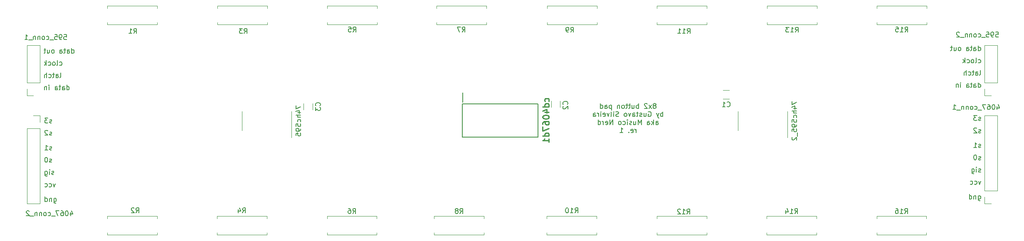
<source format=gbr>
%TF.GenerationSoftware,KiCad,Pcbnew,(5.1.7-0-10_14)*%
%TF.CreationDate,2020-11-05T14:27:50-03:00*%
%TF.ProjectId,macedo module 2,6d616365-646f-4206-9d6f-64756c652032,rev?*%
%TF.SameCoordinates,Original*%
%TF.FileFunction,Legend,Bot*%
%TF.FilePolarity,Positive*%
%FSLAX46Y46*%
G04 Gerber Fmt 4.6, Leading zero omitted, Abs format (unit mm)*
G04 Created by KiCad (PCBNEW (5.1.7-0-10_14)) date 2020-11-05 14:27:50*
%MOMM*%
%LPD*%
G01*
G04 APERTURE LIST*
%ADD10C,0.150000*%
%ADD11C,0.200000*%
%ADD12C,0.120000*%
%ADD13C,0.254000*%
G04 APERTURE END LIST*
D10*
X174076190Y-141905952D02*
X174171428Y-141858333D01*
X174219047Y-141810714D01*
X174266666Y-141715476D01*
X174266666Y-141667857D01*
X174219047Y-141572619D01*
X174171428Y-141525000D01*
X174076190Y-141477380D01*
X173885714Y-141477380D01*
X173790476Y-141525000D01*
X173742857Y-141572619D01*
X173695238Y-141667857D01*
X173695238Y-141715476D01*
X173742857Y-141810714D01*
X173790476Y-141858333D01*
X173885714Y-141905952D01*
X174076190Y-141905952D01*
X174171428Y-141953571D01*
X174219047Y-142001190D01*
X174266666Y-142096428D01*
X174266666Y-142286904D01*
X174219047Y-142382142D01*
X174171428Y-142429761D01*
X174076190Y-142477380D01*
X173885714Y-142477380D01*
X173790476Y-142429761D01*
X173742857Y-142382142D01*
X173695238Y-142286904D01*
X173695238Y-142096428D01*
X173742857Y-142001190D01*
X173790476Y-141953571D01*
X173885714Y-141905952D01*
X173361904Y-142477380D02*
X172838095Y-141810714D01*
X173361904Y-141810714D02*
X172838095Y-142477380D01*
X172504761Y-141572619D02*
X172457142Y-141525000D01*
X172361904Y-141477380D01*
X172123809Y-141477380D01*
X172028571Y-141525000D01*
X171980952Y-141572619D01*
X171933333Y-141667857D01*
X171933333Y-141763095D01*
X171980952Y-141905952D01*
X172552380Y-142477380D01*
X171933333Y-142477380D01*
X170742857Y-142477380D02*
X170742857Y-141477380D01*
X170742857Y-141858333D02*
X170647619Y-141810714D01*
X170457142Y-141810714D01*
X170361904Y-141858333D01*
X170314285Y-141905952D01*
X170266666Y-142001190D01*
X170266666Y-142286904D01*
X170314285Y-142382142D01*
X170361904Y-142429761D01*
X170457142Y-142477380D01*
X170647619Y-142477380D01*
X170742857Y-142429761D01*
X169409523Y-141810714D02*
X169409523Y-142477380D01*
X169838095Y-141810714D02*
X169838095Y-142334523D01*
X169790476Y-142429761D01*
X169695238Y-142477380D01*
X169552380Y-142477380D01*
X169457142Y-142429761D01*
X169409523Y-142382142D01*
X169076190Y-141810714D02*
X168695238Y-141810714D01*
X168933333Y-141477380D02*
X168933333Y-142334523D01*
X168885714Y-142429761D01*
X168790476Y-142477380D01*
X168695238Y-142477380D01*
X168504761Y-141810714D02*
X168123809Y-141810714D01*
X168361904Y-141477380D02*
X168361904Y-142334523D01*
X168314285Y-142429761D01*
X168219047Y-142477380D01*
X168123809Y-142477380D01*
X167647619Y-142477380D02*
X167742857Y-142429761D01*
X167790476Y-142382142D01*
X167838095Y-142286904D01*
X167838095Y-142001190D01*
X167790476Y-141905952D01*
X167742857Y-141858333D01*
X167647619Y-141810714D01*
X167504761Y-141810714D01*
X167409523Y-141858333D01*
X167361904Y-141905952D01*
X167314285Y-142001190D01*
X167314285Y-142286904D01*
X167361904Y-142382142D01*
X167409523Y-142429761D01*
X167504761Y-142477380D01*
X167647619Y-142477380D01*
X166885714Y-141810714D02*
X166885714Y-142477380D01*
X166885714Y-141905952D02*
X166838095Y-141858333D01*
X166742857Y-141810714D01*
X166600000Y-141810714D01*
X166504761Y-141858333D01*
X166457142Y-141953571D01*
X166457142Y-142477380D01*
X165219047Y-141810714D02*
X165219047Y-142810714D01*
X165219047Y-141858333D02*
X165123809Y-141810714D01*
X164933333Y-141810714D01*
X164838095Y-141858333D01*
X164790476Y-141905952D01*
X164742857Y-142001190D01*
X164742857Y-142286904D01*
X164790476Y-142382142D01*
X164838095Y-142429761D01*
X164933333Y-142477380D01*
X165123809Y-142477380D01*
X165219047Y-142429761D01*
X163885714Y-142477380D02*
X163885714Y-141953571D01*
X163933333Y-141858333D01*
X164028571Y-141810714D01*
X164219047Y-141810714D01*
X164314285Y-141858333D01*
X163885714Y-142429761D02*
X163980952Y-142477380D01*
X164219047Y-142477380D01*
X164314285Y-142429761D01*
X164361904Y-142334523D01*
X164361904Y-142239285D01*
X164314285Y-142144047D01*
X164219047Y-142096428D01*
X163980952Y-142096428D01*
X163885714Y-142048809D01*
X162980952Y-142477380D02*
X162980952Y-141477380D01*
X162980952Y-142429761D02*
X163076190Y-142477380D01*
X163266666Y-142477380D01*
X163361904Y-142429761D01*
X163409523Y-142382142D01*
X163457142Y-142286904D01*
X163457142Y-142001190D01*
X163409523Y-141905952D01*
X163361904Y-141858333D01*
X163266666Y-141810714D01*
X163076190Y-141810714D01*
X162980952Y-141858333D01*
X175671428Y-144127380D02*
X175671428Y-143127380D01*
X175671428Y-143508333D02*
X175576190Y-143460714D01*
X175385714Y-143460714D01*
X175290476Y-143508333D01*
X175242857Y-143555952D01*
X175195238Y-143651190D01*
X175195238Y-143936904D01*
X175242857Y-144032142D01*
X175290476Y-144079761D01*
X175385714Y-144127380D01*
X175576190Y-144127380D01*
X175671428Y-144079761D01*
X174861904Y-143460714D02*
X174623809Y-144127380D01*
X174385714Y-143460714D02*
X174623809Y-144127380D01*
X174719047Y-144365476D01*
X174766666Y-144413095D01*
X174861904Y-144460714D01*
X172719047Y-143175000D02*
X172814285Y-143127380D01*
X172957142Y-143127380D01*
X173100000Y-143175000D01*
X173195238Y-143270238D01*
X173242857Y-143365476D01*
X173290476Y-143555952D01*
X173290476Y-143698809D01*
X173242857Y-143889285D01*
X173195238Y-143984523D01*
X173100000Y-144079761D01*
X172957142Y-144127380D01*
X172861904Y-144127380D01*
X172719047Y-144079761D01*
X172671428Y-144032142D01*
X172671428Y-143698809D01*
X172861904Y-143698809D01*
X171814285Y-143460714D02*
X171814285Y-144127380D01*
X172242857Y-143460714D02*
X172242857Y-143984523D01*
X172195238Y-144079761D01*
X172100000Y-144127380D01*
X171957142Y-144127380D01*
X171861904Y-144079761D01*
X171814285Y-144032142D01*
X171385714Y-144079761D02*
X171290476Y-144127380D01*
X171100000Y-144127380D01*
X171004761Y-144079761D01*
X170957142Y-143984523D01*
X170957142Y-143936904D01*
X171004761Y-143841666D01*
X171100000Y-143794047D01*
X171242857Y-143794047D01*
X171338095Y-143746428D01*
X171385714Y-143651190D01*
X171385714Y-143603571D01*
X171338095Y-143508333D01*
X171242857Y-143460714D01*
X171100000Y-143460714D01*
X171004761Y-143508333D01*
X170671428Y-143460714D02*
X170290476Y-143460714D01*
X170528571Y-143127380D02*
X170528571Y-143984523D01*
X170480952Y-144079761D01*
X170385714Y-144127380D01*
X170290476Y-144127380D01*
X169528571Y-144127380D02*
X169528571Y-143603571D01*
X169576190Y-143508333D01*
X169671428Y-143460714D01*
X169861904Y-143460714D01*
X169957142Y-143508333D01*
X169528571Y-144079761D02*
X169623809Y-144127380D01*
X169861904Y-144127380D01*
X169957142Y-144079761D01*
X170004761Y-143984523D01*
X170004761Y-143889285D01*
X169957142Y-143794047D01*
X169861904Y-143746428D01*
X169623809Y-143746428D01*
X169528571Y-143698809D01*
X169147619Y-143460714D02*
X168909523Y-144127380D01*
X168671428Y-143460714D01*
X168147619Y-144127380D02*
X168242857Y-144079761D01*
X168290476Y-144032142D01*
X168338095Y-143936904D01*
X168338095Y-143651190D01*
X168290476Y-143555952D01*
X168242857Y-143508333D01*
X168147619Y-143460714D01*
X168004761Y-143460714D01*
X167909523Y-143508333D01*
X167861904Y-143555952D01*
X167814285Y-143651190D01*
X167814285Y-143936904D01*
X167861904Y-144032142D01*
X167909523Y-144079761D01*
X168004761Y-144127380D01*
X168147619Y-144127380D01*
X166671428Y-144079761D02*
X166528571Y-144127380D01*
X166290476Y-144127380D01*
X166195238Y-144079761D01*
X166147619Y-144032142D01*
X166100000Y-143936904D01*
X166100000Y-143841666D01*
X166147619Y-143746428D01*
X166195238Y-143698809D01*
X166290476Y-143651190D01*
X166480952Y-143603571D01*
X166576190Y-143555952D01*
X166623809Y-143508333D01*
X166671428Y-143413095D01*
X166671428Y-143317857D01*
X166623809Y-143222619D01*
X166576190Y-143175000D01*
X166480952Y-143127380D01*
X166242857Y-143127380D01*
X166100000Y-143175000D01*
X165671428Y-144127380D02*
X165671428Y-143460714D01*
X165671428Y-143127380D02*
X165719047Y-143175000D01*
X165671428Y-143222619D01*
X165623809Y-143175000D01*
X165671428Y-143127380D01*
X165671428Y-143222619D01*
X165052380Y-144127380D02*
X165147619Y-144079761D01*
X165195238Y-143984523D01*
X165195238Y-143127380D01*
X164766666Y-143460714D02*
X164528571Y-144127380D01*
X164290476Y-143460714D01*
X163528571Y-144079761D02*
X163623809Y-144127380D01*
X163814285Y-144127380D01*
X163909523Y-144079761D01*
X163957142Y-143984523D01*
X163957142Y-143603571D01*
X163909523Y-143508333D01*
X163814285Y-143460714D01*
X163623809Y-143460714D01*
X163528571Y-143508333D01*
X163480952Y-143603571D01*
X163480952Y-143698809D01*
X163957142Y-143794047D01*
X163052380Y-144127380D02*
X163052380Y-143460714D01*
X163052380Y-143127380D02*
X163100000Y-143175000D01*
X163052380Y-143222619D01*
X163004761Y-143175000D01*
X163052380Y-143127380D01*
X163052380Y-143222619D01*
X162576190Y-144127380D02*
X162576190Y-143460714D01*
X162576190Y-143651190D02*
X162528571Y-143555952D01*
X162480952Y-143508333D01*
X162385714Y-143460714D01*
X162290476Y-143460714D01*
X161528571Y-144127380D02*
X161528571Y-143603571D01*
X161576190Y-143508333D01*
X161671428Y-143460714D01*
X161861904Y-143460714D01*
X161957142Y-143508333D01*
X161528571Y-144079761D02*
X161623809Y-144127380D01*
X161861904Y-144127380D01*
X161957142Y-144079761D01*
X162004761Y-143984523D01*
X162004761Y-143889285D01*
X161957142Y-143794047D01*
X161861904Y-143746428D01*
X161623809Y-143746428D01*
X161528571Y-143698809D01*
X174266666Y-145777380D02*
X174266666Y-145253571D01*
X174314285Y-145158333D01*
X174409523Y-145110714D01*
X174600000Y-145110714D01*
X174695238Y-145158333D01*
X174266666Y-145729761D02*
X174361904Y-145777380D01*
X174600000Y-145777380D01*
X174695238Y-145729761D01*
X174742857Y-145634523D01*
X174742857Y-145539285D01*
X174695238Y-145444047D01*
X174600000Y-145396428D01*
X174361904Y-145396428D01*
X174266666Y-145348809D01*
X173790476Y-145777380D02*
X173790476Y-144777380D01*
X173695238Y-145396428D02*
X173409523Y-145777380D01*
X173409523Y-145110714D02*
X173790476Y-145491666D01*
X172552380Y-145777380D02*
X172552380Y-145253571D01*
X172600000Y-145158333D01*
X172695238Y-145110714D01*
X172885714Y-145110714D01*
X172980952Y-145158333D01*
X172552380Y-145729761D02*
X172647619Y-145777380D01*
X172885714Y-145777380D01*
X172980952Y-145729761D01*
X173028571Y-145634523D01*
X173028571Y-145539285D01*
X172980952Y-145444047D01*
X172885714Y-145396428D01*
X172647619Y-145396428D01*
X172552380Y-145348809D01*
X171314285Y-145777380D02*
X171314285Y-144777380D01*
X170980952Y-145491666D01*
X170647619Y-144777380D01*
X170647619Y-145777380D01*
X169742857Y-145110714D02*
X169742857Y-145777380D01*
X170171428Y-145110714D02*
X170171428Y-145634523D01*
X170123809Y-145729761D01*
X170028571Y-145777380D01*
X169885714Y-145777380D01*
X169790476Y-145729761D01*
X169742857Y-145682142D01*
X169314285Y-145729761D02*
X169219047Y-145777380D01*
X169028571Y-145777380D01*
X168933333Y-145729761D01*
X168885714Y-145634523D01*
X168885714Y-145586904D01*
X168933333Y-145491666D01*
X169028571Y-145444047D01*
X169171428Y-145444047D01*
X169266666Y-145396428D01*
X169314285Y-145301190D01*
X169314285Y-145253571D01*
X169266666Y-145158333D01*
X169171428Y-145110714D01*
X169028571Y-145110714D01*
X168933333Y-145158333D01*
X168457142Y-145777380D02*
X168457142Y-145110714D01*
X168457142Y-144777380D02*
X168504761Y-144825000D01*
X168457142Y-144872619D01*
X168409523Y-144825000D01*
X168457142Y-144777380D01*
X168457142Y-144872619D01*
X167552380Y-145729761D02*
X167647619Y-145777380D01*
X167838095Y-145777380D01*
X167933333Y-145729761D01*
X167980952Y-145682142D01*
X168028571Y-145586904D01*
X168028571Y-145301190D01*
X167980952Y-145205952D01*
X167933333Y-145158333D01*
X167838095Y-145110714D01*
X167647619Y-145110714D01*
X167552380Y-145158333D01*
X166980952Y-145777380D02*
X167076190Y-145729761D01*
X167123809Y-145682142D01*
X167171428Y-145586904D01*
X167171428Y-145301190D01*
X167123809Y-145205952D01*
X167076190Y-145158333D01*
X166980952Y-145110714D01*
X166838095Y-145110714D01*
X166742857Y-145158333D01*
X166695238Y-145205952D01*
X166647619Y-145301190D01*
X166647619Y-145586904D01*
X166695238Y-145682142D01*
X166742857Y-145729761D01*
X166838095Y-145777380D01*
X166980952Y-145777380D01*
X165457142Y-145777380D02*
X165457142Y-144777380D01*
X164885714Y-145777380D01*
X164885714Y-144777380D01*
X164028571Y-145729761D02*
X164123809Y-145777380D01*
X164314285Y-145777380D01*
X164409523Y-145729761D01*
X164457142Y-145634523D01*
X164457142Y-145253571D01*
X164409523Y-145158333D01*
X164314285Y-145110714D01*
X164123809Y-145110714D01*
X164028571Y-145158333D01*
X163980952Y-145253571D01*
X163980952Y-145348809D01*
X164457142Y-145444047D01*
X163552380Y-145777380D02*
X163552380Y-145110714D01*
X163552380Y-145301190D02*
X163504761Y-145205952D01*
X163457142Y-145158333D01*
X163361904Y-145110714D01*
X163266666Y-145110714D01*
X162504761Y-145777380D02*
X162504761Y-144777380D01*
X162504761Y-145729761D02*
X162600000Y-145777380D01*
X162790476Y-145777380D01*
X162885714Y-145729761D01*
X162933333Y-145682142D01*
X162980952Y-145586904D01*
X162980952Y-145301190D01*
X162933333Y-145205952D01*
X162885714Y-145158333D01*
X162790476Y-145110714D01*
X162600000Y-145110714D01*
X162504761Y-145158333D01*
X170195238Y-147427380D02*
X170195238Y-146760714D01*
X170195238Y-146951190D02*
X170147619Y-146855952D01*
X170100000Y-146808333D01*
X170004761Y-146760714D01*
X169909523Y-146760714D01*
X169195238Y-147379761D02*
X169290476Y-147427380D01*
X169480952Y-147427380D01*
X169576190Y-147379761D01*
X169623809Y-147284523D01*
X169623809Y-146903571D01*
X169576190Y-146808333D01*
X169480952Y-146760714D01*
X169290476Y-146760714D01*
X169195238Y-146808333D01*
X169147619Y-146903571D01*
X169147619Y-146998809D01*
X169623809Y-147094047D01*
X168719047Y-147332142D02*
X168671428Y-147379761D01*
X168719047Y-147427380D01*
X168766666Y-147379761D01*
X168719047Y-147332142D01*
X168719047Y-147427380D01*
X166957142Y-147427380D02*
X167528571Y-147427380D01*
X167242857Y-147427380D02*
X167242857Y-146427380D01*
X167338095Y-146570238D01*
X167433333Y-146665476D01*
X167528571Y-146713095D01*
X239916665Y-133154761D02*
X240011903Y-133202380D01*
X240202380Y-133202380D01*
X240297618Y-133154761D01*
X240345237Y-133107142D01*
X240392856Y-133011904D01*
X240392856Y-132726190D01*
X240345237Y-132630952D01*
X240297618Y-132583333D01*
X240202380Y-132535714D01*
X240011903Y-132535714D01*
X239916665Y-132583333D01*
X239345237Y-133202380D02*
X239440475Y-133154761D01*
X239488094Y-133059523D01*
X239488094Y-132202380D01*
X238821427Y-133202380D02*
X238916665Y-133154761D01*
X238964284Y-133107142D01*
X239011903Y-133011904D01*
X239011903Y-132726190D01*
X238964284Y-132630952D01*
X238916665Y-132583333D01*
X238821427Y-132535714D01*
X238678570Y-132535714D01*
X238583332Y-132583333D01*
X238535713Y-132630952D01*
X238488094Y-132726190D01*
X238488094Y-133011904D01*
X238535713Y-133107142D01*
X238583332Y-133154761D01*
X238678570Y-133202380D01*
X238821427Y-133202380D01*
X237630951Y-133154761D02*
X237726189Y-133202380D01*
X237916665Y-133202380D01*
X238011903Y-133154761D01*
X238059522Y-133107142D01*
X238107142Y-133011904D01*
X238107142Y-132726190D01*
X238059522Y-132630952D01*
X238011903Y-132583333D01*
X237916665Y-132535714D01*
X237726189Y-132535714D01*
X237630951Y-132583333D01*
X237202380Y-133202380D02*
X237202380Y-132202380D01*
X237107142Y-132821428D02*
X236821427Y-133202380D01*
X236821427Y-132535714D02*
X237202380Y-132916666D01*
X239916666Y-130702380D02*
X239916666Y-129702380D01*
X239916666Y-130654761D02*
X240011904Y-130702380D01*
X240202380Y-130702380D01*
X240297618Y-130654761D01*
X240345237Y-130607142D01*
X240392856Y-130511904D01*
X240392856Y-130226190D01*
X240345237Y-130130952D01*
X240297618Y-130083333D01*
X240202380Y-130035714D01*
X240011904Y-130035714D01*
X239916666Y-130083333D01*
X239011904Y-130702380D02*
X239011904Y-130178571D01*
X239059523Y-130083333D01*
X239154761Y-130035714D01*
X239345237Y-130035714D01*
X239440475Y-130083333D01*
X239011904Y-130654761D02*
X239107142Y-130702380D01*
X239345237Y-130702380D01*
X239440475Y-130654761D01*
X239488094Y-130559523D01*
X239488094Y-130464285D01*
X239440475Y-130369047D01*
X239345237Y-130321428D01*
X239107142Y-130321428D01*
X239011904Y-130273809D01*
X238678570Y-130035714D02*
X238297618Y-130035714D01*
X238535713Y-129702380D02*
X238535713Y-130559523D01*
X238488094Y-130654761D01*
X238392856Y-130702380D01*
X238297618Y-130702380D01*
X237535713Y-130702380D02*
X237535713Y-130178571D01*
X237583332Y-130083333D01*
X237678570Y-130035714D01*
X237869047Y-130035714D01*
X237964285Y-130083333D01*
X237535713Y-130654761D02*
X237630951Y-130702380D01*
X237869047Y-130702380D01*
X237964285Y-130654761D01*
X238011904Y-130559523D01*
X238011904Y-130464285D01*
X237964285Y-130369047D01*
X237869047Y-130321428D01*
X237630951Y-130321428D01*
X237535713Y-130273809D01*
X236154761Y-130702380D02*
X236249999Y-130654761D01*
X236297618Y-130607142D01*
X236345237Y-130511904D01*
X236345237Y-130226190D01*
X236297618Y-130130952D01*
X236249999Y-130083333D01*
X236154761Y-130035714D01*
X236011904Y-130035714D01*
X235916666Y-130083333D01*
X235869047Y-130130952D01*
X235821427Y-130226190D01*
X235821427Y-130511904D01*
X235869047Y-130607142D01*
X235916666Y-130654761D01*
X236011904Y-130702380D01*
X236154761Y-130702380D01*
X234964285Y-130035714D02*
X234964285Y-130702380D01*
X235392856Y-130035714D02*
X235392856Y-130559523D01*
X235345237Y-130654761D01*
X235249999Y-130702380D01*
X235107142Y-130702380D01*
X235011904Y-130654761D01*
X234964285Y-130607142D01*
X234630951Y-130035714D02*
X234249999Y-130035714D01*
X234488094Y-129702380D02*
X234488094Y-130559523D01*
X234440475Y-130654761D01*
X234345237Y-130702380D01*
X234249999Y-130702380D01*
X240392856Y-147404761D02*
X240297618Y-147452380D01*
X240107141Y-147452380D01*
X240011903Y-147404761D01*
X239964284Y-147309523D01*
X239964284Y-147261904D01*
X240011903Y-147166666D01*
X240107141Y-147119047D01*
X240249999Y-147119047D01*
X240345237Y-147071428D01*
X240392856Y-146976190D01*
X240392856Y-146928571D01*
X240345237Y-146833333D01*
X240249999Y-146785714D01*
X240107141Y-146785714D01*
X240011903Y-146833333D01*
X239583332Y-146547619D02*
X239535713Y-146500000D01*
X239440475Y-146452380D01*
X239202380Y-146452380D01*
X239107141Y-146500000D01*
X239059522Y-146547619D01*
X239011903Y-146642857D01*
X239011903Y-146738095D01*
X239059522Y-146880952D01*
X239630951Y-147452380D01*
X239011903Y-147452380D01*
X239916666Y-160285714D02*
X239916666Y-161095238D01*
X239964285Y-161190476D01*
X240011904Y-161238095D01*
X240107142Y-161285714D01*
X240249999Y-161285714D01*
X240345237Y-161238095D01*
X239916666Y-160904761D02*
X240011904Y-160952380D01*
X240202380Y-160952380D01*
X240297618Y-160904761D01*
X240345237Y-160857142D01*
X240392856Y-160761904D01*
X240392856Y-160476190D01*
X240345237Y-160380952D01*
X240297618Y-160333333D01*
X240202380Y-160285714D01*
X240011904Y-160285714D01*
X239916666Y-160333333D01*
X239440475Y-160285714D02*
X239440475Y-160952380D01*
X239440475Y-160380952D02*
X239392856Y-160333333D01*
X239297618Y-160285714D01*
X239154761Y-160285714D01*
X239059523Y-160333333D01*
X239011904Y-160428571D01*
X239011904Y-160952380D01*
X238107142Y-160952380D02*
X238107142Y-159952380D01*
X238107142Y-160904761D02*
X238202380Y-160952380D01*
X238392856Y-160952380D01*
X238488094Y-160904761D01*
X238535713Y-160857142D01*
X238583332Y-160761904D01*
X238583332Y-160476190D01*
X238535713Y-160380952D01*
X238488094Y-160333333D01*
X238392856Y-160285714D01*
X238202380Y-160285714D01*
X238107142Y-160333333D01*
X240392856Y-155404761D02*
X240297618Y-155452380D01*
X240107142Y-155452380D01*
X240011904Y-155404761D01*
X239964285Y-155309523D01*
X239964285Y-155261904D01*
X240011904Y-155166666D01*
X240107142Y-155119047D01*
X240249999Y-155119047D01*
X240345237Y-155071428D01*
X240392856Y-154976190D01*
X240392856Y-154928571D01*
X240345237Y-154833333D01*
X240249999Y-154785714D01*
X240107142Y-154785714D01*
X240011904Y-154833333D01*
X239535714Y-155452380D02*
X239535714Y-154785714D01*
X239535714Y-154452380D02*
X239583333Y-154500000D01*
X239535714Y-154547619D01*
X239488095Y-154500000D01*
X239535714Y-154452380D01*
X239535714Y-154547619D01*
X238630952Y-154785714D02*
X238630952Y-155595238D01*
X238678571Y-155690476D01*
X238726190Y-155738095D01*
X238821428Y-155785714D01*
X238964285Y-155785714D01*
X239059523Y-155738095D01*
X238630952Y-155404761D02*
X238726190Y-155452380D01*
X238916666Y-155452380D01*
X239011904Y-155404761D01*
X239059523Y-155357142D01*
X239107142Y-155261904D01*
X239107142Y-154976190D01*
X239059523Y-154880952D01*
X239011904Y-154833333D01*
X238916666Y-154785714D01*
X238726190Y-154785714D01*
X238630952Y-154833333D01*
X240392856Y-144904761D02*
X240297618Y-144952380D01*
X240107141Y-144952380D01*
X240011903Y-144904761D01*
X239964284Y-144809523D01*
X239964284Y-144761904D01*
X240011903Y-144666666D01*
X240107141Y-144619047D01*
X240249999Y-144619047D01*
X240345237Y-144571428D01*
X240392856Y-144476190D01*
X240392856Y-144428571D01*
X240345237Y-144333333D01*
X240249999Y-144285714D01*
X240107141Y-144285714D01*
X240011903Y-144333333D01*
X239630951Y-143952380D02*
X239011903Y-143952380D01*
X239345237Y-144333333D01*
X239202380Y-144333333D01*
X239107141Y-144380952D01*
X239059522Y-144428571D01*
X239011903Y-144523809D01*
X239011903Y-144761904D01*
X239059522Y-144857142D01*
X239107141Y-144904761D01*
X239202380Y-144952380D01*
X239488094Y-144952380D01*
X239583332Y-144904761D01*
X239630951Y-144857142D01*
X240440476Y-157285714D02*
X240202380Y-157952380D01*
X239964285Y-157285714D01*
X239154761Y-157904761D02*
X239249999Y-157952380D01*
X239440476Y-157952380D01*
X239535714Y-157904761D01*
X239583333Y-157857142D01*
X239630952Y-157761904D01*
X239630952Y-157476190D01*
X239583333Y-157380952D01*
X239535714Y-157333333D01*
X239440476Y-157285714D01*
X239249999Y-157285714D01*
X239154761Y-157333333D01*
X238297618Y-157904761D02*
X238392857Y-157952380D01*
X238583333Y-157952380D01*
X238678571Y-157904761D01*
X238726190Y-157857142D01*
X238773809Y-157761904D01*
X238773809Y-157476190D01*
X238726190Y-157380952D01*
X238678571Y-157333333D01*
X238583333Y-157285714D01*
X238392857Y-157285714D01*
X238297618Y-157333333D01*
X239916666Y-138202380D02*
X239916666Y-137202380D01*
X239916666Y-138154761D02*
X240011904Y-138202380D01*
X240202380Y-138202380D01*
X240297618Y-138154761D01*
X240345237Y-138107142D01*
X240392856Y-138011904D01*
X240392856Y-137726190D01*
X240345237Y-137630952D01*
X240297618Y-137583333D01*
X240202380Y-137535714D01*
X240011904Y-137535714D01*
X239916666Y-137583333D01*
X239011904Y-138202380D02*
X239011904Y-137678571D01*
X239059523Y-137583333D01*
X239154761Y-137535714D01*
X239345237Y-137535714D01*
X239440475Y-137583333D01*
X239011904Y-138154761D02*
X239107142Y-138202380D01*
X239345237Y-138202380D01*
X239440475Y-138154761D01*
X239488094Y-138059523D01*
X239488094Y-137964285D01*
X239440475Y-137869047D01*
X239345237Y-137821428D01*
X239107142Y-137821428D01*
X239011904Y-137773809D01*
X238678570Y-137535714D02*
X238297618Y-137535714D01*
X238535713Y-137202380D02*
X238535713Y-138059523D01*
X238488094Y-138154761D01*
X238392856Y-138202380D01*
X238297618Y-138202380D01*
X237535713Y-138202380D02*
X237535713Y-137678571D01*
X237583332Y-137583333D01*
X237678570Y-137535714D01*
X237869047Y-137535714D01*
X237964285Y-137583333D01*
X237535713Y-138154761D02*
X237630951Y-138202380D01*
X237869047Y-138202380D01*
X237964285Y-138154761D01*
X238011904Y-138059523D01*
X238011904Y-137964285D01*
X237964285Y-137869047D01*
X237869047Y-137821428D01*
X237630951Y-137821428D01*
X237535713Y-137773809D01*
X236297618Y-138202380D02*
X236297618Y-137535714D01*
X236297618Y-137202380D02*
X236345237Y-137250000D01*
X236297618Y-137297619D01*
X236249999Y-137250000D01*
X236297618Y-137202380D01*
X236297618Y-137297619D01*
X235821427Y-137535714D02*
X235821427Y-138202380D01*
X235821427Y-137630952D02*
X235773808Y-137583333D01*
X235678570Y-137535714D01*
X235535713Y-137535714D01*
X235440475Y-137583333D01*
X235392856Y-137678571D01*
X235392856Y-138202380D01*
X240202380Y-135702380D02*
X240297618Y-135654761D01*
X240345237Y-135559523D01*
X240345237Y-134702380D01*
X239392856Y-135702380D02*
X239392856Y-135178571D01*
X239440475Y-135083333D01*
X239535713Y-135035714D01*
X239726189Y-135035714D01*
X239821427Y-135083333D01*
X239392856Y-135654761D02*
X239488094Y-135702380D01*
X239726189Y-135702380D01*
X239821427Y-135654761D01*
X239869046Y-135559523D01*
X239869046Y-135464285D01*
X239821427Y-135369047D01*
X239726189Y-135321428D01*
X239488094Y-135321428D01*
X239392856Y-135273809D01*
X239059522Y-135035714D02*
X238678570Y-135035714D01*
X238916665Y-134702380D02*
X238916665Y-135559523D01*
X238869046Y-135654761D01*
X238773808Y-135702380D01*
X238678570Y-135702380D01*
X237916665Y-135654761D02*
X238011903Y-135702380D01*
X238202380Y-135702380D01*
X238297618Y-135654761D01*
X238345237Y-135607142D01*
X238392856Y-135511904D01*
X238392856Y-135226190D01*
X238345237Y-135130952D01*
X238297618Y-135083333D01*
X238202380Y-135035714D01*
X238011903Y-135035714D01*
X237916665Y-135083333D01*
X237488094Y-135702380D02*
X237488094Y-134702380D01*
X237059522Y-135702380D02*
X237059522Y-135178571D01*
X237107141Y-135083333D01*
X237202380Y-135035714D01*
X237345237Y-135035714D01*
X237440475Y-135083333D01*
X237488094Y-135130952D01*
X240392856Y-152904761D02*
X240297618Y-152952380D01*
X240107141Y-152952380D01*
X240011903Y-152904761D01*
X239964284Y-152809523D01*
X239964284Y-152761904D01*
X240011903Y-152666666D01*
X240107141Y-152619047D01*
X240249999Y-152619047D01*
X240345237Y-152571428D01*
X240392856Y-152476190D01*
X240392856Y-152428571D01*
X240345237Y-152333333D01*
X240249999Y-152285714D01*
X240107141Y-152285714D01*
X240011903Y-152333333D01*
X239345237Y-151952380D02*
X239249999Y-151952380D01*
X239154760Y-152000000D01*
X239107141Y-152047619D01*
X239059522Y-152142857D01*
X239011903Y-152333333D01*
X239011903Y-152571428D01*
X239059522Y-152761904D01*
X239107141Y-152857142D01*
X239154760Y-152904761D01*
X239249999Y-152952380D01*
X239345237Y-152952380D01*
X239440475Y-152904761D01*
X239488094Y-152857142D01*
X239535713Y-152761904D01*
X239583332Y-152571428D01*
X239583332Y-152333333D01*
X239535713Y-152142857D01*
X239488094Y-152047619D01*
X239440475Y-152000000D01*
X239345237Y-151952380D01*
X240392856Y-150404761D02*
X240297618Y-150452380D01*
X240107141Y-150452380D01*
X240011903Y-150404761D01*
X239964284Y-150309523D01*
X239964284Y-150261904D01*
X240011903Y-150166666D01*
X240107141Y-150119047D01*
X240249999Y-150119047D01*
X240345237Y-150071428D01*
X240392856Y-149976190D01*
X240392856Y-149928571D01*
X240345237Y-149833333D01*
X240249999Y-149785714D01*
X240107141Y-149785714D01*
X240011903Y-149833333D01*
X239011903Y-150452380D02*
X239583332Y-150452380D01*
X239297618Y-150452380D02*
X239297618Y-149452380D01*
X239392856Y-149595238D01*
X239488094Y-149690476D01*
X239583332Y-149738095D01*
X51690476Y-160785714D02*
X51690476Y-161595238D01*
X51738095Y-161690476D01*
X51785714Y-161738095D01*
X51880952Y-161785714D01*
X52023809Y-161785714D01*
X52119047Y-161738095D01*
X51690476Y-161404761D02*
X51785714Y-161452380D01*
X51976190Y-161452380D01*
X52071428Y-161404761D01*
X52119047Y-161357142D01*
X52166666Y-161261904D01*
X52166666Y-160976190D01*
X52119047Y-160880952D01*
X52071428Y-160833333D01*
X51976190Y-160785714D01*
X51785714Y-160785714D01*
X51690476Y-160833333D01*
X51214285Y-160785714D02*
X51214285Y-161452380D01*
X51214285Y-160880952D02*
X51166666Y-160833333D01*
X51071428Y-160785714D01*
X50928571Y-160785714D01*
X50833333Y-160833333D01*
X50785714Y-160928571D01*
X50785714Y-161452380D01*
X49880952Y-161452380D02*
X49880952Y-160452380D01*
X49880952Y-161404761D02*
X49976190Y-161452380D01*
X50166666Y-161452380D01*
X50261904Y-161404761D01*
X50309523Y-161357142D01*
X50357142Y-161261904D01*
X50357142Y-160976190D01*
X50309523Y-160880952D01*
X50261904Y-160833333D01*
X50166666Y-160785714D01*
X49976190Y-160785714D01*
X49880952Y-160833333D01*
X51976190Y-157785714D02*
X51738094Y-158452380D01*
X51499999Y-157785714D01*
X50690475Y-158404761D02*
X50785713Y-158452380D01*
X50976190Y-158452380D01*
X51071428Y-158404761D01*
X51119047Y-158357142D01*
X51166666Y-158261904D01*
X51166666Y-157976190D01*
X51119047Y-157880952D01*
X51071428Y-157833333D01*
X50976190Y-157785714D01*
X50785713Y-157785714D01*
X50690475Y-157833333D01*
X49833332Y-158404761D02*
X49928571Y-158452380D01*
X50119047Y-158452380D01*
X50214285Y-158404761D01*
X50261904Y-158357142D01*
X50309523Y-158261904D01*
X50309523Y-157976190D01*
X50261904Y-157880952D01*
X50214285Y-157833333D01*
X50119047Y-157785714D01*
X49928571Y-157785714D01*
X49833332Y-157833333D01*
X51642856Y-155904761D02*
X51547618Y-155952380D01*
X51357142Y-155952380D01*
X51261904Y-155904761D01*
X51214285Y-155809523D01*
X51214285Y-155761904D01*
X51261904Y-155666666D01*
X51357142Y-155619047D01*
X51499999Y-155619047D01*
X51595237Y-155571428D01*
X51642856Y-155476190D01*
X51642856Y-155428571D01*
X51595237Y-155333333D01*
X51499999Y-155285714D01*
X51357142Y-155285714D01*
X51261904Y-155333333D01*
X50785714Y-155952380D02*
X50785714Y-155285714D01*
X50785714Y-154952380D02*
X50833333Y-155000000D01*
X50785714Y-155047619D01*
X50738095Y-155000000D01*
X50785714Y-154952380D01*
X50785714Y-155047619D01*
X49880952Y-155285714D02*
X49880952Y-156095238D01*
X49928571Y-156190476D01*
X49976190Y-156238095D01*
X50071428Y-156285714D01*
X50214285Y-156285714D01*
X50309523Y-156238095D01*
X49880952Y-155904761D02*
X49976190Y-155952380D01*
X50166666Y-155952380D01*
X50261904Y-155904761D01*
X50309523Y-155857142D01*
X50357142Y-155761904D01*
X50357142Y-155476190D01*
X50309523Y-155380952D01*
X50261904Y-155333333D01*
X50166666Y-155285714D01*
X49976190Y-155285714D01*
X49880952Y-155333333D01*
X51190476Y-153404761D02*
X51095238Y-153452380D01*
X50904761Y-153452380D01*
X50809523Y-153404761D01*
X50761904Y-153309523D01*
X50761904Y-153261904D01*
X50809523Y-153166666D01*
X50904761Y-153119047D01*
X51047619Y-153119047D01*
X51142857Y-153071428D01*
X51190476Y-152976190D01*
X51190476Y-152928571D01*
X51142857Y-152833333D01*
X51047619Y-152785714D01*
X50904761Y-152785714D01*
X50809523Y-152833333D01*
X50142857Y-152452380D02*
X50047619Y-152452380D01*
X49952380Y-152500000D01*
X49904761Y-152547619D01*
X49857142Y-152642857D01*
X49809523Y-152833333D01*
X49809523Y-153071428D01*
X49857142Y-153261904D01*
X49904761Y-153357142D01*
X49952380Y-153404761D01*
X50047619Y-153452380D01*
X50142857Y-153452380D01*
X50238095Y-153404761D01*
X50285714Y-153357142D01*
X50333333Y-153261904D01*
X50380952Y-153071428D01*
X50380952Y-152833333D01*
X50333333Y-152642857D01*
X50285714Y-152547619D01*
X50238095Y-152500000D01*
X50142857Y-152452380D01*
X51214285Y-150904761D02*
X51119047Y-150952380D01*
X50928570Y-150952380D01*
X50833332Y-150904761D01*
X50785713Y-150809523D01*
X50785713Y-150761904D01*
X50833332Y-150666666D01*
X50928570Y-150619047D01*
X51071428Y-150619047D01*
X51166666Y-150571428D01*
X51214285Y-150476190D01*
X51214285Y-150428571D01*
X51166666Y-150333333D01*
X51071428Y-150285714D01*
X50928570Y-150285714D01*
X50833332Y-150333333D01*
X49833332Y-150952380D02*
X50404761Y-150952380D01*
X50119047Y-150952380D02*
X50119047Y-149952380D01*
X50214285Y-150095238D01*
X50309523Y-150190476D01*
X50404761Y-150238095D01*
X51214285Y-147904761D02*
X51119047Y-147952380D01*
X50928570Y-147952380D01*
X50833332Y-147904761D01*
X50785713Y-147809523D01*
X50785713Y-147761904D01*
X50833332Y-147666666D01*
X50928570Y-147619047D01*
X51071428Y-147619047D01*
X51166666Y-147571428D01*
X51214285Y-147476190D01*
X51214285Y-147428571D01*
X51166666Y-147333333D01*
X51071428Y-147285714D01*
X50928570Y-147285714D01*
X50833332Y-147333333D01*
X50404761Y-147047619D02*
X50357142Y-147000000D01*
X50261904Y-146952380D01*
X50023809Y-146952380D01*
X49928570Y-147000000D01*
X49880951Y-147047619D01*
X49833332Y-147142857D01*
X49833332Y-147238095D01*
X49880951Y-147380952D01*
X50452380Y-147952380D01*
X49833332Y-147952380D01*
X51214285Y-145404761D02*
X51119047Y-145452380D01*
X50928570Y-145452380D01*
X50833332Y-145404761D01*
X50785713Y-145309523D01*
X50785713Y-145261904D01*
X50833332Y-145166666D01*
X50928570Y-145119047D01*
X51071428Y-145119047D01*
X51166666Y-145071428D01*
X51214285Y-144976190D01*
X51214285Y-144928571D01*
X51166666Y-144833333D01*
X51071428Y-144785714D01*
X50928570Y-144785714D01*
X50833332Y-144833333D01*
X50452380Y-144452380D02*
X49833332Y-144452380D01*
X50166666Y-144833333D01*
X50023809Y-144833333D01*
X49928570Y-144880952D01*
X49880951Y-144928571D01*
X49833332Y-145023809D01*
X49833332Y-145261904D01*
X49880951Y-145357142D01*
X49928570Y-145404761D01*
X50023809Y-145452380D01*
X50309523Y-145452380D01*
X50404761Y-145404761D01*
X50452380Y-145357142D01*
X54297619Y-138702380D02*
X54297619Y-137702380D01*
X54297619Y-138654761D02*
X54392857Y-138702380D01*
X54583333Y-138702380D01*
X54678571Y-138654761D01*
X54726190Y-138607142D01*
X54773809Y-138511904D01*
X54773809Y-138226190D01*
X54726190Y-138130952D01*
X54678571Y-138083333D01*
X54583333Y-138035714D01*
X54392857Y-138035714D01*
X54297619Y-138083333D01*
X53392857Y-138702380D02*
X53392857Y-138178571D01*
X53440476Y-138083333D01*
X53535714Y-138035714D01*
X53726190Y-138035714D01*
X53821428Y-138083333D01*
X53392857Y-138654761D02*
X53488095Y-138702380D01*
X53726190Y-138702380D01*
X53821428Y-138654761D01*
X53869047Y-138559523D01*
X53869047Y-138464285D01*
X53821428Y-138369047D01*
X53726190Y-138321428D01*
X53488095Y-138321428D01*
X53392857Y-138273809D01*
X53059523Y-138035714D02*
X52678571Y-138035714D01*
X52916666Y-137702380D02*
X52916666Y-138559523D01*
X52869047Y-138654761D01*
X52773809Y-138702380D01*
X52678571Y-138702380D01*
X51916666Y-138702380D02*
X51916666Y-138178571D01*
X51964285Y-138083333D01*
X52059523Y-138035714D01*
X52250000Y-138035714D01*
X52345238Y-138083333D01*
X51916666Y-138654761D02*
X52011904Y-138702380D01*
X52250000Y-138702380D01*
X52345238Y-138654761D01*
X52392857Y-138559523D01*
X52392857Y-138464285D01*
X52345238Y-138369047D01*
X52250000Y-138321428D01*
X52011904Y-138321428D01*
X51916666Y-138273809D01*
X50678571Y-138702380D02*
X50678571Y-138035714D01*
X50678571Y-137702380D02*
X50726190Y-137750000D01*
X50678571Y-137797619D01*
X50630952Y-137750000D01*
X50678571Y-137702380D01*
X50678571Y-137797619D01*
X50202380Y-138035714D02*
X50202380Y-138702380D01*
X50202380Y-138130952D02*
X50154761Y-138083333D01*
X50059523Y-138035714D01*
X49916666Y-138035714D01*
X49821428Y-138083333D01*
X49773809Y-138178571D01*
X49773809Y-138702380D01*
X52916667Y-136202380D02*
X53011905Y-136154761D01*
X53059524Y-136059523D01*
X53059524Y-135202380D01*
X52107143Y-136202380D02*
X52107143Y-135678571D01*
X52154762Y-135583333D01*
X52250000Y-135535714D01*
X52440476Y-135535714D01*
X52535714Y-135583333D01*
X52107143Y-136154761D02*
X52202381Y-136202380D01*
X52440476Y-136202380D01*
X52535714Y-136154761D01*
X52583333Y-136059523D01*
X52583333Y-135964285D01*
X52535714Y-135869047D01*
X52440476Y-135821428D01*
X52202381Y-135821428D01*
X52107143Y-135773809D01*
X51773809Y-135535714D02*
X51392857Y-135535714D01*
X51630952Y-135202380D02*
X51630952Y-136059523D01*
X51583333Y-136154761D01*
X51488095Y-136202380D01*
X51392857Y-136202380D01*
X50630952Y-136154761D02*
X50726190Y-136202380D01*
X50916667Y-136202380D01*
X51011905Y-136154761D01*
X51059524Y-136107142D01*
X51107143Y-136011904D01*
X51107143Y-135726190D01*
X51059524Y-135630952D01*
X51011905Y-135583333D01*
X50916667Y-135535714D01*
X50726190Y-135535714D01*
X50630952Y-135583333D01*
X50202381Y-136202380D02*
X50202381Y-135202380D01*
X49773809Y-136202380D02*
X49773809Y-135678571D01*
X49821428Y-135583333D01*
X49916667Y-135535714D01*
X50059524Y-135535714D01*
X50154762Y-135583333D01*
X50202381Y-135630952D01*
X52821428Y-133654761D02*
X52916666Y-133702380D01*
X53107143Y-133702380D01*
X53202381Y-133654761D01*
X53250000Y-133607142D01*
X53297619Y-133511904D01*
X53297619Y-133226190D01*
X53250000Y-133130952D01*
X53202381Y-133083333D01*
X53107143Y-133035714D01*
X52916666Y-133035714D01*
X52821428Y-133083333D01*
X52250000Y-133702380D02*
X52345238Y-133654761D01*
X52392857Y-133559523D01*
X52392857Y-132702380D01*
X51726190Y-133702380D02*
X51821428Y-133654761D01*
X51869047Y-133607142D01*
X51916666Y-133511904D01*
X51916666Y-133226190D01*
X51869047Y-133130952D01*
X51821428Y-133083333D01*
X51726190Y-133035714D01*
X51583333Y-133035714D01*
X51488095Y-133083333D01*
X51440476Y-133130952D01*
X51392857Y-133226190D01*
X51392857Y-133511904D01*
X51440476Y-133607142D01*
X51488095Y-133654761D01*
X51583333Y-133702380D01*
X51726190Y-133702380D01*
X50535714Y-133654761D02*
X50630952Y-133702380D01*
X50821428Y-133702380D01*
X50916666Y-133654761D01*
X50964285Y-133607142D01*
X51011905Y-133511904D01*
X51011905Y-133226190D01*
X50964285Y-133130952D01*
X50916666Y-133083333D01*
X50821428Y-133035714D01*
X50630952Y-133035714D01*
X50535714Y-133083333D01*
X50107143Y-133702380D02*
X50107143Y-132702380D01*
X50011905Y-133321428D02*
X49726190Y-133702380D01*
X49726190Y-133035714D02*
X50107143Y-133416666D01*
X55297619Y-131202380D02*
X55297619Y-130202380D01*
X55297619Y-131154761D02*
X55392857Y-131202380D01*
X55583333Y-131202380D01*
X55678571Y-131154761D01*
X55726190Y-131107142D01*
X55773809Y-131011904D01*
X55773809Y-130726190D01*
X55726190Y-130630952D01*
X55678571Y-130583333D01*
X55583333Y-130535714D01*
X55392857Y-130535714D01*
X55297619Y-130583333D01*
X54392857Y-131202380D02*
X54392857Y-130678571D01*
X54440476Y-130583333D01*
X54535714Y-130535714D01*
X54726190Y-130535714D01*
X54821428Y-130583333D01*
X54392857Y-131154761D02*
X54488095Y-131202380D01*
X54726190Y-131202380D01*
X54821428Y-131154761D01*
X54869047Y-131059523D01*
X54869047Y-130964285D01*
X54821428Y-130869047D01*
X54726190Y-130821428D01*
X54488095Y-130821428D01*
X54392857Y-130773809D01*
X54059523Y-130535714D02*
X53678571Y-130535714D01*
X53916666Y-130202380D02*
X53916666Y-131059523D01*
X53869047Y-131154761D01*
X53773809Y-131202380D01*
X53678571Y-131202380D01*
X52916666Y-131202380D02*
X52916666Y-130678571D01*
X52964285Y-130583333D01*
X53059523Y-130535714D01*
X53250000Y-130535714D01*
X53345238Y-130583333D01*
X52916666Y-131154761D02*
X53011904Y-131202380D01*
X53250000Y-131202380D01*
X53345238Y-131154761D01*
X53392857Y-131059523D01*
X53392857Y-130964285D01*
X53345238Y-130869047D01*
X53250000Y-130821428D01*
X53011904Y-130821428D01*
X52916666Y-130773809D01*
X51535714Y-131202380D02*
X51630952Y-131154761D01*
X51678571Y-131107142D01*
X51726190Y-131011904D01*
X51726190Y-130726190D01*
X51678571Y-130630952D01*
X51630952Y-130583333D01*
X51535714Y-130535714D01*
X51392857Y-130535714D01*
X51297619Y-130583333D01*
X51250000Y-130630952D01*
X51202380Y-130726190D01*
X51202380Y-131011904D01*
X51250000Y-131107142D01*
X51297619Y-131154761D01*
X51392857Y-131202380D01*
X51535714Y-131202380D01*
X50345238Y-130535714D02*
X50345238Y-131202380D01*
X50773809Y-130535714D02*
X50773809Y-131059523D01*
X50726190Y-131154761D01*
X50630952Y-131202380D01*
X50488095Y-131202380D01*
X50392857Y-131154761D01*
X50345238Y-131107142D01*
X50011904Y-130535714D02*
X49630952Y-130535714D01*
X49869047Y-130202380D02*
X49869047Y-131059523D01*
X49821428Y-131154761D01*
X49726190Y-131202380D01*
X49630952Y-131202380D01*
D11*
%TO.C,cd4067d1*%
X134890000Y-139250000D02*
X134890000Y-141200000D01*
X150250000Y-141550000D02*
X134850000Y-141550000D01*
X150250000Y-148350000D02*
X150250000Y-141550000D01*
X134850000Y-148350000D02*
X150250000Y-148350000D01*
X134850000Y-141550000D02*
X134850000Y-148350000D01*
D12*
%TO.C,4067_conn_1*%
X241170000Y-161870000D02*
X242500000Y-161870000D01*
X241170000Y-160540000D02*
X241170000Y-161870000D01*
X241170000Y-159270000D02*
X243830000Y-159270000D01*
X243830000Y-159270000D02*
X243830000Y-143970000D01*
X241170000Y-159270000D02*
X241170000Y-143970000D01*
X241170000Y-143970000D02*
X243830000Y-143970000D01*
%TO.C,4067_conn_2*%
X48830000Y-161860000D02*
X46170000Y-161860000D01*
X48830000Y-146560000D02*
X48830000Y-161860000D01*
X46170000Y-146560000D02*
X46170000Y-161860000D01*
X48830000Y-146560000D02*
X46170000Y-146560000D01*
X48830000Y-145290000D02*
X48830000Y-143960000D01*
X48830000Y-143960000D02*
X47500000Y-143960000D01*
%TO.C,595_conn_1*%
X46170000Y-129590000D02*
X48830000Y-129590000D01*
X46170000Y-137270000D02*
X46170000Y-129590000D01*
X48830000Y-137270000D02*
X48830000Y-129590000D01*
X46170000Y-137270000D02*
X48830000Y-137270000D01*
X46170000Y-138540000D02*
X46170000Y-139870000D01*
X46170000Y-139870000D02*
X47500000Y-139870000D01*
%TO.C,R1*%
X62580000Y-125420000D02*
X62580000Y-124940000D01*
X72720000Y-125420000D02*
X62580000Y-125420000D01*
X72720000Y-124940000D02*
X72720000Y-125420000D01*
X62580000Y-121580000D02*
X62580000Y-122060000D01*
X72720000Y-121580000D02*
X62580000Y-121580000D01*
X72720000Y-122060000D02*
X72720000Y-121580000D01*
%TO.C,R3*%
X95105714Y-122060000D02*
X95105714Y-121580000D01*
X95105714Y-121580000D02*
X84965714Y-121580000D01*
X84965714Y-121580000D02*
X84965714Y-122060000D01*
X95105714Y-124940000D02*
X95105714Y-125420000D01*
X95105714Y-125420000D02*
X84965714Y-125420000D01*
X84965714Y-125420000D02*
X84965714Y-124940000D01*
%TO.C,R5*%
X117491428Y-121580000D02*
X117491428Y-122060000D01*
X107351428Y-121580000D02*
X117491428Y-121580000D01*
X107351428Y-122060000D02*
X107351428Y-121580000D01*
X117491428Y-125420000D02*
X117491428Y-124940000D01*
X107351428Y-125420000D02*
X117491428Y-125420000D01*
X107351428Y-124940000D02*
X107351428Y-125420000D01*
%TO.C,R7*%
X129580000Y-124940000D02*
X129580000Y-125420000D01*
X129580000Y-125420000D02*
X139720000Y-125420000D01*
X139720000Y-125420000D02*
X139720000Y-124940000D01*
X129580000Y-122060000D02*
X129580000Y-121580000D01*
X129580000Y-121580000D02*
X139720000Y-121580000D01*
X139720000Y-121580000D02*
X139720000Y-122060000D01*
%TO.C,R9*%
X152122856Y-125420000D02*
X152122856Y-124940000D01*
X162262856Y-125420000D02*
X152122856Y-125420000D01*
X162262856Y-124940000D02*
X162262856Y-125420000D01*
X152122856Y-121580000D02*
X152122856Y-122060000D01*
X162262856Y-121580000D02*
X152122856Y-121580000D01*
X162262856Y-122060000D02*
X162262856Y-121580000D01*
%TO.C,R11*%
X184648570Y-122060000D02*
X184648570Y-121580000D01*
X184648570Y-121580000D02*
X174508570Y-121580000D01*
X174508570Y-121580000D02*
X174508570Y-122060000D01*
X184648570Y-124940000D02*
X184648570Y-125420000D01*
X184648570Y-125420000D02*
X174508570Y-125420000D01*
X174508570Y-125420000D02*
X174508570Y-124940000D01*
%TO.C,R13*%
X207034284Y-121580000D02*
X207034284Y-122060000D01*
X196894284Y-121580000D02*
X207034284Y-121580000D01*
X196894284Y-122060000D02*
X196894284Y-121580000D01*
X207034284Y-125420000D02*
X207034284Y-124940000D01*
X196894284Y-125420000D02*
X207034284Y-125420000D01*
X196894284Y-124940000D02*
X196894284Y-125420000D01*
%TO.C,R15*%
X219280000Y-124940000D02*
X219280000Y-125420000D01*
X219280000Y-125420000D02*
X229420000Y-125420000D01*
X229420000Y-125420000D02*
X229420000Y-124940000D01*
X219280000Y-122060000D02*
X219280000Y-121580000D01*
X219280000Y-121580000D02*
X229420000Y-121580000D01*
X229420000Y-121580000D02*
X229420000Y-122060000D01*
%TO.C,74hc595*%
X100060000Y-145000000D02*
X100060000Y-148450000D01*
X100060000Y-145000000D02*
X100060000Y-143050000D01*
X89940000Y-145000000D02*
X89940000Y-146950000D01*
X89940000Y-145000000D02*
X89940000Y-143050000D01*
%TO.C,74hc595_2*%
X190940000Y-145000000D02*
X190940000Y-143050000D01*
X190940000Y-145000000D02*
X190940000Y-146950000D01*
X201060000Y-145000000D02*
X201060000Y-143050000D01*
X201060000Y-145000000D02*
X201060000Y-148450000D01*
%TO.C,R2*%
X62530000Y-167790000D02*
X62530000Y-168270000D01*
X62530000Y-168270000D02*
X72670000Y-168270000D01*
X72670000Y-168270000D02*
X72670000Y-167790000D01*
X62530000Y-164910000D02*
X62530000Y-164430000D01*
X62530000Y-164430000D02*
X72670000Y-164430000D01*
X72670000Y-164430000D02*
X72670000Y-164910000D01*
%TO.C,R4*%
X95055714Y-164430000D02*
X95055714Y-164910000D01*
X84915714Y-164430000D02*
X95055714Y-164430000D01*
X84915714Y-164910000D02*
X84915714Y-164430000D01*
X95055714Y-168270000D02*
X95055714Y-167790000D01*
X84915714Y-168270000D02*
X95055714Y-168270000D01*
X84915714Y-167790000D02*
X84915714Y-168270000D01*
%TO.C,R6*%
X117441428Y-164910000D02*
X117441428Y-164430000D01*
X117441428Y-164430000D02*
X107301428Y-164430000D01*
X107301428Y-164430000D02*
X107301428Y-164910000D01*
X117441428Y-167790000D02*
X117441428Y-168270000D01*
X117441428Y-168270000D02*
X107301428Y-168270000D01*
X107301428Y-168270000D02*
X107301428Y-167790000D01*
%TO.C,R8*%
X129130000Y-168270000D02*
X129130000Y-167790000D01*
X139270000Y-168270000D02*
X129130000Y-168270000D01*
X139270000Y-167790000D02*
X139270000Y-168270000D01*
X129130000Y-164430000D02*
X129130000Y-164910000D01*
X139270000Y-164430000D02*
X129130000Y-164430000D01*
X139270000Y-164910000D02*
X139270000Y-164430000D01*
%TO.C,R10*%
X152072856Y-167790000D02*
X152072856Y-168270000D01*
X152072856Y-168270000D02*
X162212856Y-168270000D01*
X162212856Y-168270000D02*
X162212856Y-167790000D01*
X152072856Y-164910000D02*
X152072856Y-164430000D01*
X152072856Y-164430000D02*
X162212856Y-164430000D01*
X162212856Y-164430000D02*
X162212856Y-164910000D01*
%TO.C,R12*%
X184598570Y-164430000D02*
X184598570Y-164910000D01*
X174458570Y-164430000D02*
X184598570Y-164430000D01*
X174458570Y-164910000D02*
X174458570Y-164430000D01*
X184598570Y-168270000D02*
X184598570Y-167790000D01*
X174458570Y-168270000D02*
X184598570Y-168270000D01*
X174458570Y-167790000D02*
X174458570Y-168270000D01*
%TO.C,R14*%
X206984284Y-164910000D02*
X206984284Y-164430000D01*
X206984284Y-164430000D02*
X196844284Y-164430000D01*
X196844284Y-164430000D02*
X196844284Y-164910000D01*
X206984284Y-167790000D02*
X206984284Y-168270000D01*
X206984284Y-168270000D02*
X196844284Y-168270000D01*
X196844284Y-168270000D02*
X196844284Y-167790000D01*
%TO.C,R16*%
X219230000Y-168270000D02*
X219230000Y-167790000D01*
X229370000Y-168270000D02*
X219230000Y-168270000D01*
X229370000Y-167790000D02*
X229370000Y-168270000D01*
X219230000Y-164430000D02*
X219230000Y-164910000D01*
X229370000Y-164430000D02*
X219230000Y-164430000D01*
X229370000Y-164910000D02*
X229370000Y-164430000D01*
%TO.C,595_conn_2*%
X241170000Y-129590000D02*
X243830000Y-129590000D01*
X241170000Y-137270000D02*
X241170000Y-129590000D01*
X243830000Y-137270000D02*
X243830000Y-129590000D01*
X241170000Y-137270000D02*
X243830000Y-137270000D01*
X241170000Y-138540000D02*
X241170000Y-139870000D01*
X241170000Y-139870000D02*
X242500000Y-139870000D01*
%TO.C,C1*%
X187971000Y-138730000D02*
X189229000Y-138730000D01*
X187971000Y-140570000D02*
X189229000Y-140570000D01*
%TO.C,C2*%
X152930000Y-140961000D02*
X152930000Y-142219000D01*
X154770000Y-140961000D02*
X154770000Y-142219000D01*
%TO.C,C3*%
X104360000Y-142729000D02*
X104360000Y-141471000D01*
X102520000Y-142729000D02*
X102520000Y-141471000D01*
%TO.C,cd4067d1*%
D13*
X152434047Y-141029523D02*
X152494523Y-140908571D01*
X152494523Y-140666666D01*
X152434047Y-140545714D01*
X152373571Y-140485238D01*
X152252619Y-140424761D01*
X151889761Y-140424761D01*
X151768809Y-140485238D01*
X151708333Y-140545714D01*
X151647857Y-140666666D01*
X151647857Y-140908571D01*
X151708333Y-141029523D01*
X152494523Y-142118095D02*
X151224523Y-142118095D01*
X152434047Y-142118095D02*
X152494523Y-141997142D01*
X152494523Y-141755238D01*
X152434047Y-141634285D01*
X152373571Y-141573809D01*
X152252619Y-141513333D01*
X151889761Y-141513333D01*
X151768809Y-141573809D01*
X151708333Y-141634285D01*
X151647857Y-141755238D01*
X151647857Y-141997142D01*
X151708333Y-142118095D01*
X151647857Y-143267142D02*
X152494523Y-143267142D01*
X151164047Y-142964761D02*
X152071190Y-142662380D01*
X152071190Y-143448571D01*
X151224523Y-144174285D02*
X151224523Y-144295238D01*
X151285000Y-144416190D01*
X151345476Y-144476666D01*
X151466428Y-144537142D01*
X151708333Y-144597619D01*
X152010714Y-144597619D01*
X152252619Y-144537142D01*
X152373571Y-144476666D01*
X152434047Y-144416190D01*
X152494523Y-144295238D01*
X152494523Y-144174285D01*
X152434047Y-144053333D01*
X152373571Y-143992857D01*
X152252619Y-143932380D01*
X152010714Y-143871904D01*
X151708333Y-143871904D01*
X151466428Y-143932380D01*
X151345476Y-143992857D01*
X151285000Y-144053333D01*
X151224523Y-144174285D01*
X151224523Y-145686190D02*
X151224523Y-145444285D01*
X151285000Y-145323333D01*
X151345476Y-145262857D01*
X151526904Y-145141904D01*
X151768809Y-145081428D01*
X152252619Y-145081428D01*
X152373571Y-145141904D01*
X152434047Y-145202380D01*
X152494523Y-145323333D01*
X152494523Y-145565238D01*
X152434047Y-145686190D01*
X152373571Y-145746666D01*
X152252619Y-145807142D01*
X151950238Y-145807142D01*
X151829285Y-145746666D01*
X151768809Y-145686190D01*
X151708333Y-145565238D01*
X151708333Y-145323333D01*
X151768809Y-145202380D01*
X151829285Y-145141904D01*
X151950238Y-145081428D01*
X151224523Y-146230476D02*
X151224523Y-147077142D01*
X152494523Y-146532857D01*
X152494523Y-148105238D02*
X151224523Y-148105238D01*
X152434047Y-148105238D02*
X152494523Y-147984285D01*
X152494523Y-147742380D01*
X152434047Y-147621428D01*
X152373571Y-147560952D01*
X152252619Y-147500476D01*
X151889761Y-147500476D01*
X151768809Y-147560952D01*
X151708333Y-147621428D01*
X151647857Y-147742380D01*
X151647857Y-147984285D01*
X151708333Y-148105238D01*
X152494523Y-149375238D02*
X152494523Y-148649523D01*
X152494523Y-149012380D02*
X151224523Y-149012380D01*
X151405952Y-148891428D01*
X151526904Y-148770476D01*
X151587380Y-148649523D01*
%TO.C,4067_conn_1*%
D10*
X243761904Y-142035714D02*
X243761904Y-142702380D01*
X244000000Y-141654761D02*
X244238095Y-142369047D01*
X243619047Y-142369047D01*
X243047619Y-141702380D02*
X242952380Y-141702380D01*
X242857142Y-141750000D01*
X242809523Y-141797619D01*
X242761904Y-141892857D01*
X242714285Y-142083333D01*
X242714285Y-142321428D01*
X242761904Y-142511904D01*
X242809523Y-142607142D01*
X242857142Y-142654761D01*
X242952380Y-142702380D01*
X243047619Y-142702380D01*
X243142857Y-142654761D01*
X243190476Y-142607142D01*
X243238095Y-142511904D01*
X243285714Y-142321428D01*
X243285714Y-142083333D01*
X243238095Y-141892857D01*
X243190476Y-141797619D01*
X243142857Y-141750000D01*
X243047619Y-141702380D01*
X241857142Y-141702380D02*
X242047619Y-141702380D01*
X242142857Y-141750000D01*
X242190476Y-141797619D01*
X242285714Y-141940476D01*
X242333333Y-142130952D01*
X242333333Y-142511904D01*
X242285714Y-142607142D01*
X242238095Y-142654761D01*
X242142857Y-142702380D01*
X241952380Y-142702380D01*
X241857142Y-142654761D01*
X241809523Y-142607142D01*
X241761904Y-142511904D01*
X241761904Y-142273809D01*
X241809523Y-142178571D01*
X241857142Y-142130952D01*
X241952380Y-142083333D01*
X242142857Y-142083333D01*
X242238095Y-142130952D01*
X242285714Y-142178571D01*
X242333333Y-142273809D01*
X241428571Y-141702380D02*
X240761904Y-141702380D01*
X241190476Y-142702380D01*
X240619047Y-142797619D02*
X239857142Y-142797619D01*
X239190476Y-142654761D02*
X239285714Y-142702380D01*
X239476190Y-142702380D01*
X239571428Y-142654761D01*
X239619047Y-142607142D01*
X239666666Y-142511904D01*
X239666666Y-142226190D01*
X239619047Y-142130952D01*
X239571428Y-142083333D01*
X239476190Y-142035714D01*
X239285714Y-142035714D01*
X239190476Y-142083333D01*
X238619047Y-142702380D02*
X238714285Y-142654761D01*
X238761904Y-142607142D01*
X238809523Y-142511904D01*
X238809523Y-142226190D01*
X238761904Y-142130952D01*
X238714285Y-142083333D01*
X238619047Y-142035714D01*
X238476190Y-142035714D01*
X238380952Y-142083333D01*
X238333333Y-142130952D01*
X238285714Y-142226190D01*
X238285714Y-142511904D01*
X238333333Y-142607142D01*
X238380952Y-142654761D01*
X238476190Y-142702380D01*
X238619047Y-142702380D01*
X237857142Y-142035714D02*
X237857142Y-142702380D01*
X237857142Y-142130952D02*
X237809523Y-142083333D01*
X237714285Y-142035714D01*
X237571428Y-142035714D01*
X237476190Y-142083333D01*
X237428571Y-142178571D01*
X237428571Y-142702380D01*
X236952380Y-142035714D02*
X236952380Y-142702380D01*
X236952380Y-142130952D02*
X236904761Y-142083333D01*
X236809523Y-142035714D01*
X236666666Y-142035714D01*
X236571428Y-142083333D01*
X236523809Y-142178571D01*
X236523809Y-142702380D01*
X236285714Y-142797619D02*
X235523809Y-142797619D01*
X234761904Y-142702380D02*
X235333333Y-142702380D01*
X235047619Y-142702380D02*
X235047619Y-141702380D01*
X235142857Y-141845238D01*
X235238095Y-141940476D01*
X235333333Y-141988095D01*
%TO.C,4067_conn_2*%
X55061904Y-163685714D02*
X55061904Y-164352380D01*
X55300000Y-163304761D02*
X55538095Y-164019047D01*
X54919047Y-164019047D01*
X54347619Y-163352380D02*
X54252380Y-163352380D01*
X54157142Y-163400000D01*
X54109523Y-163447619D01*
X54061904Y-163542857D01*
X54014285Y-163733333D01*
X54014285Y-163971428D01*
X54061904Y-164161904D01*
X54109523Y-164257142D01*
X54157142Y-164304761D01*
X54252380Y-164352380D01*
X54347619Y-164352380D01*
X54442857Y-164304761D01*
X54490476Y-164257142D01*
X54538095Y-164161904D01*
X54585714Y-163971428D01*
X54585714Y-163733333D01*
X54538095Y-163542857D01*
X54490476Y-163447619D01*
X54442857Y-163400000D01*
X54347619Y-163352380D01*
X53157142Y-163352380D02*
X53347619Y-163352380D01*
X53442857Y-163400000D01*
X53490476Y-163447619D01*
X53585714Y-163590476D01*
X53633333Y-163780952D01*
X53633333Y-164161904D01*
X53585714Y-164257142D01*
X53538095Y-164304761D01*
X53442857Y-164352380D01*
X53252380Y-164352380D01*
X53157142Y-164304761D01*
X53109523Y-164257142D01*
X53061904Y-164161904D01*
X53061904Y-163923809D01*
X53109523Y-163828571D01*
X53157142Y-163780952D01*
X53252380Y-163733333D01*
X53442857Y-163733333D01*
X53538095Y-163780952D01*
X53585714Y-163828571D01*
X53633333Y-163923809D01*
X52728571Y-163352380D02*
X52061904Y-163352380D01*
X52490476Y-164352380D01*
X51919047Y-164447619D02*
X51157142Y-164447619D01*
X50490476Y-164304761D02*
X50585714Y-164352380D01*
X50776190Y-164352380D01*
X50871428Y-164304761D01*
X50919047Y-164257142D01*
X50966666Y-164161904D01*
X50966666Y-163876190D01*
X50919047Y-163780952D01*
X50871428Y-163733333D01*
X50776190Y-163685714D01*
X50585714Y-163685714D01*
X50490476Y-163733333D01*
X49919047Y-164352380D02*
X50014285Y-164304761D01*
X50061904Y-164257142D01*
X50109523Y-164161904D01*
X50109523Y-163876190D01*
X50061904Y-163780952D01*
X50014285Y-163733333D01*
X49919047Y-163685714D01*
X49776190Y-163685714D01*
X49680952Y-163733333D01*
X49633333Y-163780952D01*
X49585714Y-163876190D01*
X49585714Y-164161904D01*
X49633333Y-164257142D01*
X49680952Y-164304761D01*
X49776190Y-164352380D01*
X49919047Y-164352380D01*
X49157142Y-163685714D02*
X49157142Y-164352380D01*
X49157142Y-163780952D02*
X49109523Y-163733333D01*
X49014285Y-163685714D01*
X48871428Y-163685714D01*
X48776190Y-163733333D01*
X48728571Y-163828571D01*
X48728571Y-164352380D01*
X48252380Y-163685714D02*
X48252380Y-164352380D01*
X48252380Y-163780952D02*
X48204761Y-163733333D01*
X48109523Y-163685714D01*
X47966666Y-163685714D01*
X47871428Y-163733333D01*
X47823809Y-163828571D01*
X47823809Y-164352380D01*
X47585714Y-164447619D02*
X46823809Y-164447619D01*
X46633333Y-163447619D02*
X46585714Y-163400000D01*
X46490476Y-163352380D01*
X46252380Y-163352380D01*
X46157142Y-163400000D01*
X46109523Y-163447619D01*
X46061904Y-163542857D01*
X46061904Y-163638095D01*
X46109523Y-163780952D01*
X46680952Y-164352380D01*
X46061904Y-164352380D01*
%TO.C,595_conn_1*%
X53738095Y-127452380D02*
X54214285Y-127452380D01*
X54261904Y-127928571D01*
X54214285Y-127880952D01*
X54119047Y-127833333D01*
X53880952Y-127833333D01*
X53785714Y-127880952D01*
X53738095Y-127928571D01*
X53690476Y-128023809D01*
X53690476Y-128261904D01*
X53738095Y-128357142D01*
X53785714Y-128404761D01*
X53880952Y-128452380D01*
X54119047Y-128452380D01*
X54214285Y-128404761D01*
X54261904Y-128357142D01*
X53214285Y-128452380D02*
X53023809Y-128452380D01*
X52928571Y-128404761D01*
X52880952Y-128357142D01*
X52785714Y-128214285D01*
X52738095Y-128023809D01*
X52738095Y-127642857D01*
X52785714Y-127547619D01*
X52833333Y-127500000D01*
X52928571Y-127452380D01*
X53119047Y-127452380D01*
X53214285Y-127500000D01*
X53261904Y-127547619D01*
X53309523Y-127642857D01*
X53309523Y-127880952D01*
X53261904Y-127976190D01*
X53214285Y-128023809D01*
X53119047Y-128071428D01*
X52928571Y-128071428D01*
X52833333Y-128023809D01*
X52785714Y-127976190D01*
X52738095Y-127880952D01*
X51833333Y-127452380D02*
X52309523Y-127452380D01*
X52357142Y-127928571D01*
X52309523Y-127880952D01*
X52214285Y-127833333D01*
X51976190Y-127833333D01*
X51880952Y-127880952D01*
X51833333Y-127928571D01*
X51785714Y-128023809D01*
X51785714Y-128261904D01*
X51833333Y-128357142D01*
X51880952Y-128404761D01*
X51976190Y-128452380D01*
X52214285Y-128452380D01*
X52309523Y-128404761D01*
X52357142Y-128357142D01*
X51595238Y-128547619D02*
X50833333Y-128547619D01*
X50166666Y-128404761D02*
X50261904Y-128452380D01*
X50452380Y-128452380D01*
X50547619Y-128404761D01*
X50595238Y-128357142D01*
X50642857Y-128261904D01*
X50642857Y-127976190D01*
X50595238Y-127880952D01*
X50547619Y-127833333D01*
X50452380Y-127785714D01*
X50261904Y-127785714D01*
X50166666Y-127833333D01*
X49595238Y-128452380D02*
X49690476Y-128404761D01*
X49738095Y-128357142D01*
X49785714Y-128261904D01*
X49785714Y-127976190D01*
X49738095Y-127880952D01*
X49690476Y-127833333D01*
X49595238Y-127785714D01*
X49452380Y-127785714D01*
X49357142Y-127833333D01*
X49309523Y-127880952D01*
X49261904Y-127976190D01*
X49261904Y-128261904D01*
X49309523Y-128357142D01*
X49357142Y-128404761D01*
X49452380Y-128452380D01*
X49595238Y-128452380D01*
X48833333Y-127785714D02*
X48833333Y-128452380D01*
X48833333Y-127880952D02*
X48785714Y-127833333D01*
X48690476Y-127785714D01*
X48547619Y-127785714D01*
X48452380Y-127833333D01*
X48404761Y-127928571D01*
X48404761Y-128452380D01*
X47928571Y-127785714D02*
X47928571Y-128452380D01*
X47928571Y-127880952D02*
X47880952Y-127833333D01*
X47785714Y-127785714D01*
X47642857Y-127785714D01*
X47547619Y-127833333D01*
X47499999Y-127928571D01*
X47499999Y-128452380D01*
X47261904Y-128547619D02*
X46499999Y-128547619D01*
X45738095Y-128452380D02*
X46309523Y-128452380D01*
X46023809Y-128452380D02*
X46023809Y-127452380D01*
X46119047Y-127595238D01*
X46214285Y-127690476D01*
X46309523Y-127738095D01*
%TO.C,R1*%
X67916666Y-127202380D02*
X68250000Y-126726190D01*
X68488095Y-127202380D02*
X68488095Y-126202380D01*
X68107142Y-126202380D01*
X68011904Y-126250000D01*
X67964285Y-126297619D01*
X67916666Y-126392857D01*
X67916666Y-126535714D01*
X67964285Y-126630952D01*
X68011904Y-126678571D01*
X68107142Y-126726190D01*
X68488095Y-126726190D01*
X66964285Y-127202380D02*
X67535714Y-127202380D01*
X67250000Y-127202380D02*
X67250000Y-126202380D01*
X67345238Y-126345238D01*
X67440476Y-126440476D01*
X67535714Y-126488095D01*
%TO.C,R3*%
X90416666Y-127202380D02*
X90750000Y-126726190D01*
X90988095Y-127202380D02*
X90988095Y-126202380D01*
X90607142Y-126202380D01*
X90511904Y-126250000D01*
X90464285Y-126297619D01*
X90416666Y-126392857D01*
X90416666Y-126535714D01*
X90464285Y-126630952D01*
X90511904Y-126678571D01*
X90607142Y-126726190D01*
X90988095Y-126726190D01*
X90083333Y-126202380D02*
X89464285Y-126202380D01*
X89797619Y-126583333D01*
X89654761Y-126583333D01*
X89559523Y-126630952D01*
X89511904Y-126678571D01*
X89464285Y-126773809D01*
X89464285Y-127011904D01*
X89511904Y-127107142D01*
X89559523Y-127154761D01*
X89654761Y-127202380D01*
X89940476Y-127202380D01*
X90035714Y-127154761D01*
X90083333Y-127107142D01*
%TO.C,R5*%
X112588094Y-126872380D02*
X112921428Y-126396190D01*
X113159523Y-126872380D02*
X113159523Y-125872380D01*
X112778570Y-125872380D01*
X112683332Y-125920000D01*
X112635713Y-125967619D01*
X112588094Y-126062857D01*
X112588094Y-126205714D01*
X112635713Y-126300952D01*
X112683332Y-126348571D01*
X112778570Y-126396190D01*
X113159523Y-126396190D01*
X111683332Y-125872380D02*
X112159523Y-125872380D01*
X112207142Y-126348571D01*
X112159523Y-126300952D01*
X112064285Y-126253333D01*
X111826189Y-126253333D01*
X111730951Y-126300952D01*
X111683332Y-126348571D01*
X111635713Y-126443809D01*
X111635713Y-126681904D01*
X111683332Y-126777142D01*
X111730951Y-126824761D01*
X111826189Y-126872380D01*
X112064285Y-126872380D01*
X112159523Y-126824761D01*
X112207142Y-126777142D01*
%TO.C,R7*%
X134816666Y-126872380D02*
X135150000Y-126396190D01*
X135388095Y-126872380D02*
X135388095Y-125872380D01*
X135007142Y-125872380D01*
X134911904Y-125920000D01*
X134864285Y-125967619D01*
X134816666Y-126062857D01*
X134816666Y-126205714D01*
X134864285Y-126300952D01*
X134911904Y-126348571D01*
X135007142Y-126396190D01*
X135388095Y-126396190D01*
X134483333Y-125872380D02*
X133816666Y-125872380D01*
X134245238Y-126872380D01*
%TO.C,R9*%
X156916666Y-126952380D02*
X157250000Y-126476190D01*
X157488095Y-126952380D02*
X157488095Y-125952380D01*
X157107142Y-125952380D01*
X157011904Y-126000000D01*
X156964285Y-126047619D01*
X156916666Y-126142857D01*
X156916666Y-126285714D01*
X156964285Y-126380952D01*
X157011904Y-126428571D01*
X157107142Y-126476190D01*
X157488095Y-126476190D01*
X156440476Y-126952380D02*
X156250000Y-126952380D01*
X156154761Y-126904761D01*
X156107142Y-126857142D01*
X156011904Y-126714285D01*
X155964285Y-126523809D01*
X155964285Y-126142857D01*
X156011904Y-126047619D01*
X156059523Y-126000000D01*
X156154761Y-125952380D01*
X156345238Y-125952380D01*
X156440476Y-126000000D01*
X156488095Y-126047619D01*
X156535714Y-126142857D01*
X156535714Y-126380952D01*
X156488095Y-126476190D01*
X156440476Y-126523809D01*
X156345238Y-126571428D01*
X156154761Y-126571428D01*
X156059523Y-126523809D01*
X156011904Y-126476190D01*
X155964285Y-126380952D01*
%TO.C,R11*%
X180642857Y-127202380D02*
X180976190Y-126726190D01*
X181214285Y-127202380D02*
X181214285Y-126202380D01*
X180833333Y-126202380D01*
X180738095Y-126250000D01*
X180690476Y-126297619D01*
X180642857Y-126392857D01*
X180642857Y-126535714D01*
X180690476Y-126630952D01*
X180738095Y-126678571D01*
X180833333Y-126726190D01*
X181214285Y-126726190D01*
X179690476Y-127202380D02*
X180261904Y-127202380D01*
X179976190Y-127202380D02*
X179976190Y-126202380D01*
X180071428Y-126345238D01*
X180166666Y-126440476D01*
X180261904Y-126488095D01*
X178738095Y-127202380D02*
X179309523Y-127202380D01*
X179023809Y-127202380D02*
X179023809Y-126202380D01*
X179119047Y-126345238D01*
X179214285Y-126440476D01*
X179309523Y-126488095D01*
%TO.C,R13*%
X202642857Y-126952380D02*
X202976190Y-126476190D01*
X203214285Y-126952380D02*
X203214285Y-125952380D01*
X202833333Y-125952380D01*
X202738095Y-126000000D01*
X202690476Y-126047619D01*
X202642857Y-126142857D01*
X202642857Y-126285714D01*
X202690476Y-126380952D01*
X202738095Y-126428571D01*
X202833333Y-126476190D01*
X203214285Y-126476190D01*
X201690476Y-126952380D02*
X202261904Y-126952380D01*
X201976190Y-126952380D02*
X201976190Y-125952380D01*
X202071428Y-126095238D01*
X202166666Y-126190476D01*
X202261904Y-126238095D01*
X201357142Y-125952380D02*
X200738095Y-125952380D01*
X201071428Y-126333333D01*
X200928571Y-126333333D01*
X200833333Y-126380952D01*
X200785714Y-126428571D01*
X200738095Y-126523809D01*
X200738095Y-126761904D01*
X200785714Y-126857142D01*
X200833333Y-126904761D01*
X200928571Y-126952380D01*
X201214285Y-126952380D01*
X201309523Y-126904761D01*
X201357142Y-126857142D01*
%TO.C,R15*%
X224992857Y-126872380D02*
X225326190Y-126396190D01*
X225564285Y-126872380D02*
X225564285Y-125872380D01*
X225183333Y-125872380D01*
X225088095Y-125920000D01*
X225040476Y-125967619D01*
X224992857Y-126062857D01*
X224992857Y-126205714D01*
X225040476Y-126300952D01*
X225088095Y-126348571D01*
X225183333Y-126396190D01*
X225564285Y-126396190D01*
X224040476Y-126872380D02*
X224611904Y-126872380D01*
X224326190Y-126872380D02*
X224326190Y-125872380D01*
X224421428Y-126015238D01*
X224516666Y-126110476D01*
X224611904Y-126158095D01*
X223135714Y-125872380D02*
X223611904Y-125872380D01*
X223659523Y-126348571D01*
X223611904Y-126300952D01*
X223516666Y-126253333D01*
X223278571Y-126253333D01*
X223183333Y-126300952D01*
X223135714Y-126348571D01*
X223088095Y-126443809D01*
X223088095Y-126681904D01*
X223135714Y-126777142D01*
X223183333Y-126824761D01*
X223278571Y-126872380D01*
X223516666Y-126872380D01*
X223611904Y-126824761D01*
X223659523Y-126777142D01*
%TO.C,74hc595*%
X100952380Y-141880952D02*
X100952380Y-142547619D01*
X101952380Y-142119047D01*
X101285714Y-143357142D02*
X101952380Y-143357142D01*
X100904761Y-143119047D02*
X101619047Y-142880952D01*
X101619047Y-143500000D01*
X101952380Y-143880952D02*
X100952380Y-143880952D01*
X101952380Y-144309523D02*
X101428571Y-144309523D01*
X101333333Y-144261904D01*
X101285714Y-144166666D01*
X101285714Y-144023809D01*
X101333333Y-143928571D01*
X101380952Y-143880952D01*
X101904761Y-145214285D02*
X101952380Y-145119047D01*
X101952380Y-144928571D01*
X101904761Y-144833333D01*
X101857142Y-144785714D01*
X101761904Y-144738095D01*
X101476190Y-144738095D01*
X101380952Y-144785714D01*
X101333333Y-144833333D01*
X101285714Y-144928571D01*
X101285714Y-145119047D01*
X101333333Y-145214285D01*
X100952380Y-146119047D02*
X100952380Y-145642857D01*
X101428571Y-145595238D01*
X101380952Y-145642857D01*
X101333333Y-145738095D01*
X101333333Y-145976190D01*
X101380952Y-146071428D01*
X101428571Y-146119047D01*
X101523809Y-146166666D01*
X101761904Y-146166666D01*
X101857142Y-146119047D01*
X101904761Y-146071428D01*
X101952380Y-145976190D01*
X101952380Y-145738095D01*
X101904761Y-145642857D01*
X101857142Y-145595238D01*
X101952380Y-146642857D02*
X101952380Y-146833333D01*
X101904761Y-146928571D01*
X101857142Y-146976190D01*
X101714285Y-147071428D01*
X101523809Y-147119047D01*
X101142857Y-147119047D01*
X101047619Y-147071428D01*
X101000000Y-147023809D01*
X100952380Y-146928571D01*
X100952380Y-146738095D01*
X101000000Y-146642857D01*
X101047619Y-146595238D01*
X101142857Y-146547619D01*
X101380952Y-146547619D01*
X101476190Y-146595238D01*
X101523809Y-146642857D01*
X101571428Y-146738095D01*
X101571428Y-146928571D01*
X101523809Y-147023809D01*
X101476190Y-147071428D01*
X101380952Y-147119047D01*
X100952380Y-148023809D02*
X100952380Y-147547619D01*
X101428571Y-147500000D01*
X101380952Y-147547619D01*
X101333333Y-147642857D01*
X101333333Y-147880952D01*
X101380952Y-147976190D01*
X101428571Y-148023809D01*
X101523809Y-148071428D01*
X101761904Y-148071428D01*
X101857142Y-148023809D01*
X101904761Y-147976190D01*
X101952380Y-147880952D01*
X101952380Y-147642857D01*
X101904761Y-147547619D01*
X101857142Y-147500000D01*
%TO.C,74hc595_2*%
X201952380Y-141023809D02*
X201952380Y-141690476D01*
X202952380Y-141261904D01*
X202285714Y-142500000D02*
X202952380Y-142500000D01*
X201904761Y-142261904D02*
X202619047Y-142023809D01*
X202619047Y-142642857D01*
X202952380Y-143023809D02*
X201952380Y-143023809D01*
X202952380Y-143452380D02*
X202428571Y-143452380D01*
X202333333Y-143404761D01*
X202285714Y-143309523D01*
X202285714Y-143166666D01*
X202333333Y-143071428D01*
X202380952Y-143023809D01*
X202904761Y-144357142D02*
X202952380Y-144261904D01*
X202952380Y-144071428D01*
X202904761Y-143976190D01*
X202857142Y-143928571D01*
X202761904Y-143880952D01*
X202476190Y-143880952D01*
X202380952Y-143928571D01*
X202333333Y-143976190D01*
X202285714Y-144071428D01*
X202285714Y-144261904D01*
X202333333Y-144357142D01*
X201952380Y-145261904D02*
X201952380Y-144785714D01*
X202428571Y-144738095D01*
X202380952Y-144785714D01*
X202333333Y-144880952D01*
X202333333Y-145119047D01*
X202380952Y-145214285D01*
X202428571Y-145261904D01*
X202523809Y-145309523D01*
X202761904Y-145309523D01*
X202857142Y-145261904D01*
X202904761Y-145214285D01*
X202952380Y-145119047D01*
X202952380Y-144880952D01*
X202904761Y-144785714D01*
X202857142Y-144738095D01*
X202952380Y-145785714D02*
X202952380Y-145976190D01*
X202904761Y-146071428D01*
X202857142Y-146119047D01*
X202714285Y-146214285D01*
X202523809Y-146261904D01*
X202142857Y-146261904D01*
X202047619Y-146214285D01*
X202000000Y-146166666D01*
X201952380Y-146071428D01*
X201952380Y-145880952D01*
X202000000Y-145785714D01*
X202047619Y-145738095D01*
X202142857Y-145690476D01*
X202380952Y-145690476D01*
X202476190Y-145738095D01*
X202523809Y-145785714D01*
X202571428Y-145880952D01*
X202571428Y-146071428D01*
X202523809Y-146166666D01*
X202476190Y-146214285D01*
X202380952Y-146261904D01*
X201952380Y-147166666D02*
X201952380Y-146690476D01*
X202428571Y-146642857D01*
X202380952Y-146690476D01*
X202333333Y-146785714D01*
X202333333Y-147023809D01*
X202380952Y-147119047D01*
X202428571Y-147166666D01*
X202523809Y-147214285D01*
X202761904Y-147214285D01*
X202857142Y-147166666D01*
X202904761Y-147119047D01*
X202952380Y-147023809D01*
X202952380Y-146785714D01*
X202904761Y-146690476D01*
X202857142Y-146642857D01*
X203047619Y-147404761D02*
X203047619Y-148166666D01*
X202047619Y-148357142D02*
X202000000Y-148404761D01*
X201952380Y-148500000D01*
X201952380Y-148738095D01*
X202000000Y-148833333D01*
X202047619Y-148880952D01*
X202142857Y-148928571D01*
X202238095Y-148928571D01*
X202380952Y-148880952D01*
X202952380Y-148309523D01*
X202952380Y-148928571D01*
%TO.C,R2*%
X68366666Y-163752380D02*
X68700000Y-163276190D01*
X68938095Y-163752380D02*
X68938095Y-162752380D01*
X68557142Y-162752380D01*
X68461904Y-162800000D01*
X68414285Y-162847619D01*
X68366666Y-162942857D01*
X68366666Y-163085714D01*
X68414285Y-163180952D01*
X68461904Y-163228571D01*
X68557142Y-163276190D01*
X68938095Y-163276190D01*
X67985714Y-162847619D02*
X67938095Y-162800000D01*
X67842857Y-162752380D01*
X67604761Y-162752380D01*
X67509523Y-162800000D01*
X67461904Y-162847619D01*
X67414285Y-162942857D01*
X67414285Y-163038095D01*
X67461904Y-163180952D01*
X68033333Y-163752380D01*
X67414285Y-163752380D01*
%TO.C,R4*%
X90095238Y-163752380D02*
X90428572Y-163276190D01*
X90666667Y-163752380D02*
X90666667Y-162752380D01*
X90285714Y-162752380D01*
X90190476Y-162800000D01*
X90142857Y-162847619D01*
X90095238Y-162942857D01*
X90095238Y-163085714D01*
X90142857Y-163180952D01*
X90190476Y-163228571D01*
X90285714Y-163276190D01*
X90666667Y-163276190D01*
X89238095Y-163085714D02*
X89238095Y-163752380D01*
X89476191Y-162704761D02*
X89714286Y-163419047D01*
X89095238Y-163419047D01*
%TO.C,R6*%
X112538094Y-163882380D02*
X112871428Y-163406190D01*
X113109523Y-163882380D02*
X113109523Y-162882380D01*
X112728570Y-162882380D01*
X112633332Y-162930000D01*
X112585713Y-162977619D01*
X112538094Y-163072857D01*
X112538094Y-163215714D01*
X112585713Y-163310952D01*
X112633332Y-163358571D01*
X112728570Y-163406190D01*
X113109523Y-163406190D01*
X111680951Y-162882380D02*
X111871428Y-162882380D01*
X111966666Y-162930000D01*
X112014285Y-162977619D01*
X112109523Y-163120476D01*
X112157142Y-163310952D01*
X112157142Y-163691904D01*
X112109523Y-163787142D01*
X112061904Y-163834761D01*
X111966666Y-163882380D01*
X111776189Y-163882380D01*
X111680951Y-163834761D01*
X111633332Y-163787142D01*
X111585713Y-163691904D01*
X111585713Y-163453809D01*
X111633332Y-163358571D01*
X111680951Y-163310952D01*
X111776189Y-163263333D01*
X111966666Y-163263333D01*
X112061904Y-163310952D01*
X112109523Y-163358571D01*
X112157142Y-163453809D01*
%TO.C,R8*%
X134366666Y-163882380D02*
X134700000Y-163406190D01*
X134938095Y-163882380D02*
X134938095Y-162882380D01*
X134557142Y-162882380D01*
X134461904Y-162930000D01*
X134414285Y-162977619D01*
X134366666Y-163072857D01*
X134366666Y-163215714D01*
X134414285Y-163310952D01*
X134461904Y-163358571D01*
X134557142Y-163406190D01*
X134938095Y-163406190D01*
X133795238Y-163310952D02*
X133890476Y-163263333D01*
X133938095Y-163215714D01*
X133985714Y-163120476D01*
X133985714Y-163072857D01*
X133938095Y-162977619D01*
X133890476Y-162930000D01*
X133795238Y-162882380D01*
X133604761Y-162882380D01*
X133509523Y-162930000D01*
X133461904Y-162977619D01*
X133414285Y-163072857D01*
X133414285Y-163120476D01*
X133461904Y-163215714D01*
X133509523Y-163263333D01*
X133604761Y-163310952D01*
X133795238Y-163310952D01*
X133890476Y-163358571D01*
X133938095Y-163406190D01*
X133985714Y-163501428D01*
X133985714Y-163691904D01*
X133938095Y-163787142D01*
X133890476Y-163834761D01*
X133795238Y-163882380D01*
X133604761Y-163882380D01*
X133509523Y-163834761D01*
X133461904Y-163787142D01*
X133414285Y-163691904D01*
X133414285Y-163501428D01*
X133461904Y-163406190D01*
X133509523Y-163358571D01*
X133604761Y-163310952D01*
%TO.C,R10*%
X157785713Y-163752380D02*
X158119046Y-163276190D01*
X158357141Y-163752380D02*
X158357141Y-162752380D01*
X157976189Y-162752380D01*
X157880951Y-162800000D01*
X157833332Y-162847619D01*
X157785713Y-162942857D01*
X157785713Y-163085714D01*
X157833332Y-163180952D01*
X157880951Y-163228571D01*
X157976189Y-163276190D01*
X158357141Y-163276190D01*
X156833332Y-163752380D02*
X157404760Y-163752380D01*
X157119046Y-163752380D02*
X157119046Y-162752380D01*
X157214284Y-162895238D01*
X157309522Y-162990476D01*
X157404760Y-163038095D01*
X156214284Y-162752380D02*
X156119046Y-162752380D01*
X156023808Y-162800000D01*
X155976189Y-162847619D01*
X155928570Y-162942857D01*
X155880951Y-163133333D01*
X155880951Y-163371428D01*
X155928570Y-163561904D01*
X155976189Y-163657142D01*
X156023808Y-163704761D01*
X156119046Y-163752380D01*
X156214284Y-163752380D01*
X156309522Y-163704761D01*
X156357141Y-163657142D01*
X156404760Y-163561904D01*
X156452379Y-163371428D01*
X156452379Y-163133333D01*
X156404760Y-162942857D01*
X156357141Y-162847619D01*
X156309522Y-162800000D01*
X156214284Y-162752380D01*
%TO.C,R12*%
X180592857Y-164002380D02*
X180926190Y-163526190D01*
X181164285Y-164002380D02*
X181164285Y-163002380D01*
X180783333Y-163002380D01*
X180688095Y-163050000D01*
X180640476Y-163097619D01*
X180592857Y-163192857D01*
X180592857Y-163335714D01*
X180640476Y-163430952D01*
X180688095Y-163478571D01*
X180783333Y-163526190D01*
X181164285Y-163526190D01*
X179640476Y-164002380D02*
X180211904Y-164002380D01*
X179926190Y-164002380D02*
X179926190Y-163002380D01*
X180021428Y-163145238D01*
X180116666Y-163240476D01*
X180211904Y-163288095D01*
X179259523Y-163097619D02*
X179211904Y-163050000D01*
X179116666Y-163002380D01*
X178878571Y-163002380D01*
X178783333Y-163050000D01*
X178735714Y-163097619D01*
X178688095Y-163192857D01*
X178688095Y-163288095D01*
X178735714Y-163430952D01*
X179307142Y-164002380D01*
X178688095Y-164002380D01*
%TO.C,R14*%
X202557141Y-163882380D02*
X202890474Y-163406190D01*
X203128569Y-163882380D02*
X203128569Y-162882380D01*
X202747617Y-162882380D01*
X202652379Y-162930000D01*
X202604760Y-162977619D01*
X202557141Y-163072857D01*
X202557141Y-163215714D01*
X202604760Y-163310952D01*
X202652379Y-163358571D01*
X202747617Y-163406190D01*
X203128569Y-163406190D01*
X201604760Y-163882380D02*
X202176188Y-163882380D01*
X201890474Y-163882380D02*
X201890474Y-162882380D01*
X201985712Y-163025238D01*
X202080950Y-163120476D01*
X202176188Y-163168095D01*
X200747617Y-163215714D02*
X200747617Y-163882380D01*
X200985712Y-162834761D02*
X201223807Y-163549047D01*
X200604760Y-163549047D01*
%TO.C,R16*%
X224942857Y-163882380D02*
X225276190Y-163406190D01*
X225514285Y-163882380D02*
X225514285Y-162882380D01*
X225133333Y-162882380D01*
X225038095Y-162930000D01*
X224990476Y-162977619D01*
X224942857Y-163072857D01*
X224942857Y-163215714D01*
X224990476Y-163310952D01*
X225038095Y-163358571D01*
X225133333Y-163406190D01*
X225514285Y-163406190D01*
X223990476Y-163882380D02*
X224561904Y-163882380D01*
X224276190Y-163882380D02*
X224276190Y-162882380D01*
X224371428Y-163025238D01*
X224466666Y-163120476D01*
X224561904Y-163168095D01*
X223133333Y-162882380D02*
X223323809Y-162882380D01*
X223419047Y-162930000D01*
X223466666Y-162977619D01*
X223561904Y-163120476D01*
X223609523Y-163310952D01*
X223609523Y-163691904D01*
X223561904Y-163787142D01*
X223514285Y-163834761D01*
X223419047Y-163882380D01*
X223228571Y-163882380D01*
X223133333Y-163834761D01*
X223085714Y-163787142D01*
X223038095Y-163691904D01*
X223038095Y-163453809D01*
X223085714Y-163358571D01*
X223133333Y-163310952D01*
X223228571Y-163263333D01*
X223419047Y-163263333D01*
X223514285Y-163310952D01*
X223561904Y-163358571D01*
X223609523Y-163453809D01*
%TO.C,595_conn_2*%
X243488095Y-126952380D02*
X243964285Y-126952380D01*
X244011904Y-127428571D01*
X243964285Y-127380952D01*
X243869047Y-127333333D01*
X243630952Y-127333333D01*
X243535714Y-127380952D01*
X243488095Y-127428571D01*
X243440476Y-127523809D01*
X243440476Y-127761904D01*
X243488095Y-127857142D01*
X243535714Y-127904761D01*
X243630952Y-127952380D01*
X243869047Y-127952380D01*
X243964285Y-127904761D01*
X244011904Y-127857142D01*
X242964285Y-127952380D02*
X242773809Y-127952380D01*
X242678571Y-127904761D01*
X242630952Y-127857142D01*
X242535714Y-127714285D01*
X242488095Y-127523809D01*
X242488095Y-127142857D01*
X242535714Y-127047619D01*
X242583333Y-127000000D01*
X242678571Y-126952380D01*
X242869047Y-126952380D01*
X242964285Y-127000000D01*
X243011904Y-127047619D01*
X243059523Y-127142857D01*
X243059523Y-127380952D01*
X243011904Y-127476190D01*
X242964285Y-127523809D01*
X242869047Y-127571428D01*
X242678571Y-127571428D01*
X242583333Y-127523809D01*
X242535714Y-127476190D01*
X242488095Y-127380952D01*
X241583333Y-126952380D02*
X242059523Y-126952380D01*
X242107142Y-127428571D01*
X242059523Y-127380952D01*
X241964285Y-127333333D01*
X241726190Y-127333333D01*
X241630952Y-127380952D01*
X241583333Y-127428571D01*
X241535714Y-127523809D01*
X241535714Y-127761904D01*
X241583333Y-127857142D01*
X241630952Y-127904761D01*
X241726190Y-127952380D01*
X241964285Y-127952380D01*
X242059523Y-127904761D01*
X242107142Y-127857142D01*
X241345238Y-128047619D02*
X240583333Y-128047619D01*
X239916666Y-127904761D02*
X240011904Y-127952380D01*
X240202380Y-127952380D01*
X240297619Y-127904761D01*
X240345238Y-127857142D01*
X240392857Y-127761904D01*
X240392857Y-127476190D01*
X240345238Y-127380952D01*
X240297619Y-127333333D01*
X240202380Y-127285714D01*
X240011904Y-127285714D01*
X239916666Y-127333333D01*
X239345238Y-127952380D02*
X239440476Y-127904761D01*
X239488095Y-127857142D01*
X239535714Y-127761904D01*
X239535714Y-127476190D01*
X239488095Y-127380952D01*
X239440476Y-127333333D01*
X239345238Y-127285714D01*
X239202380Y-127285714D01*
X239107142Y-127333333D01*
X239059523Y-127380952D01*
X239011904Y-127476190D01*
X239011904Y-127761904D01*
X239059523Y-127857142D01*
X239107142Y-127904761D01*
X239202380Y-127952380D01*
X239345238Y-127952380D01*
X238583333Y-127285714D02*
X238583333Y-127952380D01*
X238583333Y-127380952D02*
X238535714Y-127333333D01*
X238440476Y-127285714D01*
X238297619Y-127285714D01*
X238202380Y-127333333D01*
X238154761Y-127428571D01*
X238154761Y-127952380D01*
X237678571Y-127285714D02*
X237678571Y-127952380D01*
X237678571Y-127380952D02*
X237630952Y-127333333D01*
X237535714Y-127285714D01*
X237392857Y-127285714D01*
X237297619Y-127333333D01*
X237250000Y-127428571D01*
X237250000Y-127952380D01*
X237011904Y-128047619D02*
X236250000Y-128047619D01*
X236059523Y-127047619D02*
X236011904Y-127000000D01*
X235916666Y-126952380D01*
X235678571Y-126952380D01*
X235583333Y-127000000D01*
X235535714Y-127047619D01*
X235488095Y-127142857D01*
X235488095Y-127238095D01*
X235535714Y-127380952D01*
X236107142Y-127952380D01*
X235488095Y-127952380D01*
%TO.C,C1*%
X188766666Y-142057142D02*
X188814285Y-142104761D01*
X188957142Y-142152380D01*
X189052380Y-142152380D01*
X189195238Y-142104761D01*
X189290476Y-142009523D01*
X189338095Y-141914285D01*
X189385714Y-141723809D01*
X189385714Y-141580952D01*
X189338095Y-141390476D01*
X189290476Y-141295238D01*
X189195238Y-141200000D01*
X189052380Y-141152380D01*
X188957142Y-141152380D01*
X188814285Y-141200000D01*
X188766666Y-141247619D01*
X187814285Y-142152380D02*
X188385714Y-142152380D01*
X188100000Y-142152380D02*
X188100000Y-141152380D01*
X188195238Y-141295238D01*
X188290476Y-141390476D01*
X188385714Y-141438095D01*
%TO.C,C2*%
X156227142Y-141663333D02*
X156274761Y-141615714D01*
X156322380Y-141472857D01*
X156322380Y-141377619D01*
X156274761Y-141234761D01*
X156179523Y-141139523D01*
X156084285Y-141091904D01*
X155893809Y-141044285D01*
X155750952Y-141044285D01*
X155560476Y-141091904D01*
X155465238Y-141139523D01*
X155370000Y-141234761D01*
X155322380Y-141377619D01*
X155322380Y-141472857D01*
X155370000Y-141615714D01*
X155417619Y-141663333D01*
X155417619Y-142044285D02*
X155370000Y-142091904D01*
X155322380Y-142187142D01*
X155322380Y-142425238D01*
X155370000Y-142520476D01*
X155417619Y-142568095D01*
X155512857Y-142615714D01*
X155608095Y-142615714D01*
X155750952Y-142568095D01*
X156322380Y-141996666D01*
X156322380Y-142615714D01*
%TO.C,C3*%
X105847142Y-141933333D02*
X105894761Y-141885714D01*
X105942380Y-141742857D01*
X105942380Y-141647619D01*
X105894761Y-141504761D01*
X105799523Y-141409523D01*
X105704285Y-141361904D01*
X105513809Y-141314285D01*
X105370952Y-141314285D01*
X105180476Y-141361904D01*
X105085238Y-141409523D01*
X104990000Y-141504761D01*
X104942380Y-141647619D01*
X104942380Y-141742857D01*
X104990000Y-141885714D01*
X105037619Y-141933333D01*
X104942380Y-142266666D02*
X104942380Y-142885714D01*
X105323333Y-142552380D01*
X105323333Y-142695238D01*
X105370952Y-142790476D01*
X105418571Y-142838095D01*
X105513809Y-142885714D01*
X105751904Y-142885714D01*
X105847142Y-142838095D01*
X105894761Y-142790476D01*
X105942380Y-142695238D01*
X105942380Y-142409523D01*
X105894761Y-142314285D01*
X105847142Y-142266666D01*
%TD*%
M02*

</source>
